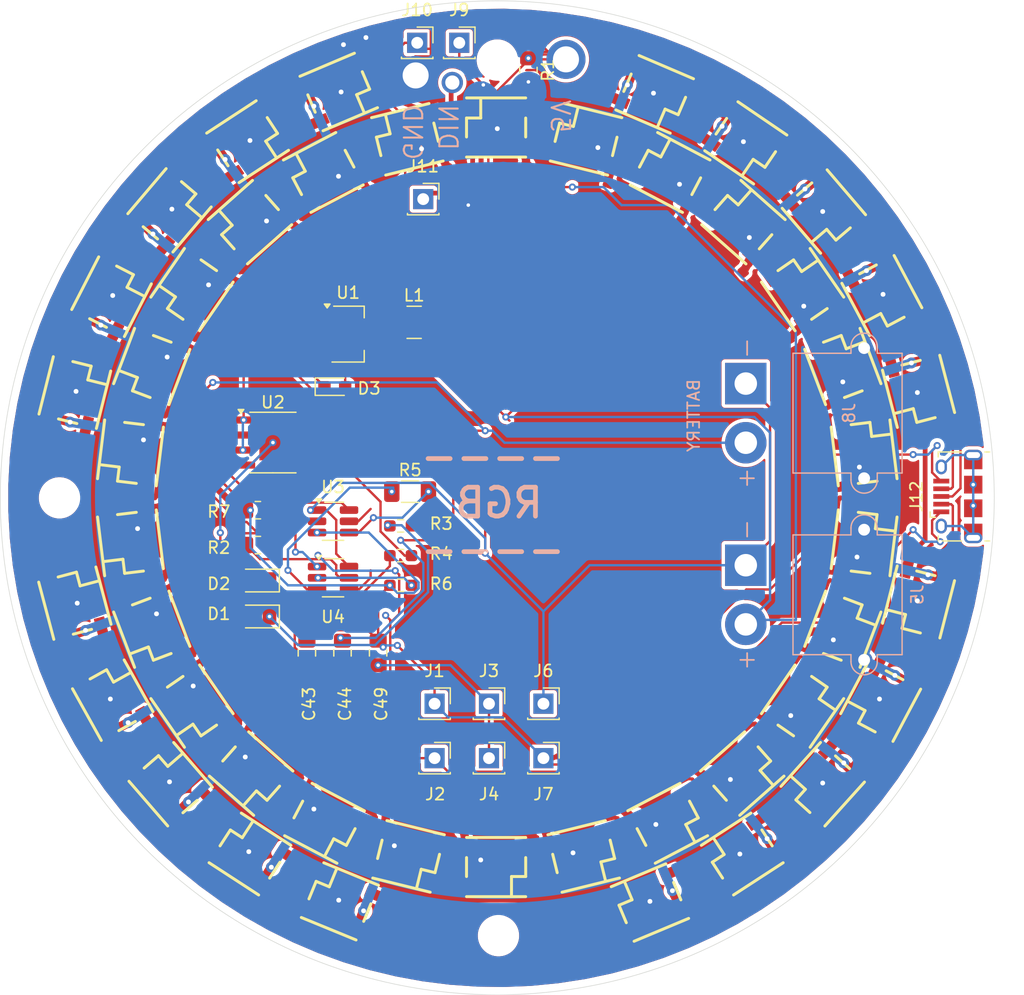
<source format=kicad_pcb>
(kicad_pcb (version 20241229) (generator "pcbnew") (generator_version "9.0")
  (layers (0 "F.Cu" signal) (2 "B.Cu" signal) (13 "F.Paste" user) (15 "B.Paste" user) (5 "F.SilkS" user "F.Silkscreen") (7 "B.SilkS" user "B.Silkscreen") (1 "F.Mask" user) (3 "B.Mask" user) (25 "Edge.Cuts" user))
  (net 0 "")
  (net 1 "Net_0")
  (net 2 "Net_1")
  (net 3 "Net_2")
  (net 4 "Net_3")
  (net 5 "Net_4")
  (net 6 "Net_5")
  (net 7 "Net_6")
  (net 8 "Net_7")
  (net 9 "Net_8")
  (net 10 "Net_9")
  (net 11 "Net_10")
  (net 12 "Net_11")
  (net 13 "Net_12")
  (net 14 "Net_13")
  (net 15 "Net_14")
  (net 16 "Net_15")
  (net 17 "Net_16")
  (net 18 "Net_17")
  (net 19 "Net_18")
  (net 20 "Net_19")
  (net 21 "Net_20")
  (net 22 "Net_21")
  (net 23 "Net_22")
  (net 24 "Net_23")
  (net 25 "Net_24")
  (net 26 "Net_25")
  (net 27 "Net_26")
  (net 28 "Net_27")
  (net 29 "Net_28")
  (net 30 "Net_29")
  (net 31 "Net_30")
  (net 32 "Net_31")
  (net 33 "Net_32")
  (net 34 "Net_33")
  (net 35 "Net_34")
  (net 36 "Net_35")
  (net 37 "Net_36")
  (net 38 "Net_37")
  (net 39 "Net_38")
  (net 40 "Net_39")
  (net 41 "Net_40")
  (net 42 "Net_44")
  (net 43 "Net_45")
  (net 44 "Net_46")
  (net 45 "Net_47")
  (net 46 "Net_48")
  (net 47 "Net_49")
  (net 48 "Net_50")
  (net 49 "+5V")
  (net 50 "Net-(J9-Pin_1)")
  (net 51 "Net-(D1-K)")
  (net 52 "VIN")
  (net 53 "GND")
  (net 54 "BAT-")
  (net 55 "Net-(U4-VCC)")
  (net 56 "BAT+")
  (net 57 "Net-(D2-K)")
  (net 58 "Net-(D3-A)")
  (net 59 "Net-(J5-Pin_2)")
  (net 60 "Net-(U2-~{CHRG})")
  (net 61 "Net-(U2-~{STDBY})")
  (net 62 "/G2")
  (net 63 "/OC")
  (net 64 "Net-(U4-CS)")
  (net 65 "Net-(U2-PROG)")
  (net 66 "/G1")
  (net 68 "unconnected-(U3-D1D2-Pad5)")
  (net 69 "unconnected-(U4-TD-Pad4)")
  (net 70 "Net-(J11-Pin_1)")
  (net 71 "unconnected-(J12-D--Pad2)")
  (net 72 "unconnected-(J12-D+-Pad3)")
  (net 73 "unconnected-(J12-ID-Pad4)")
  (net 74 "unconnected-(J12-Shield-Pad6)")
  (footprint "WS2812B" (layer "F.Cu") (at 177.7011 116.1036 69.24279138)
    (property "Reference" "LED9" (hide yes))
    (property "Value" "WS2812B" (hide yes))
  )
  (footprint "WS2812B" (layer "F.Cu") (at 169.5011 75.0036 -34.20473853)
    (property "Reference" "LED45" (hide yes))
    (property "Value" "WS2812B" (hide yes))
  )
  (footprint "CAP_0402" (layer "F.Cu") (at 169.7011 123.6036 -134.168685)
    (property "Reference" "C19" (hide yes))
    (property "Value" "CAP_0603" (hide yes))
  )
  (footprint "WS2812B" (layer "F.Cu") (at 117.5011 101.2036 -96.93215794)
    (property "Reference" "LED21" (hide yes))
    (property "Value" "WS2812B" (hide yes))
  )
  (footprint "CAP_0402" (layer "F.Cu") (at 120.3011 105.0036 90.00678187)
    (property "Reference" "C46" (hide yes))
    (property "Value" "CAP_0603" (hide yes))
  )
  (footprint "LED_SMD:LED_0805_2012Metric_Pad1.15x1.40mm_HandSolder" (layer "F.Cu") (at 128.225 111.99 180)
    (property "Reference" "D2")
    (property "Value" "GREEN")
  )
  (footprint "CAP_0402" (layer "F.Cu") (at 112.2011 118.1036 -162.719172)
    (property "Reference" "C34" (hide yes))
    (property "Value" "CAP_0603" (hide yes))
  )
  (footprint "WS2812B" (layer "F.Cu") (at 112.8011 96.1036 75.96847406)
    (property "Reference" "LED31" (hide yes))
    (property "Value" "WS2812B" (hide yes))
  )
  (footprint "WS2812B" (layer "F.Cu") (at 156.0011 74.7036 166.1586024)
    (property "Reference" "LED2" (hide yes))
    (property "Value" "WS2812B" (hide yes))
  )
  (footprint "CAP_0402" (layer "F.Cu") (at 116.3011 126.4036 -150.3604723)
    (property "Reference" "C38" (hide yes))
    (property "Value" "CAP_0603" (hide yes))
  )
  (footprint "CAP_0402" (layer "F.Cu") (at 186.8011 110.5036 -13.78452271)
    (property "Reference" "C37" (hide yes))
    (property "Value" "CAP_0603" (hide yes))
  )
  (footprint "WS2812B" (layer "F.Cu") (at 112.8011 113.9036 104.8177409)
    (property "Reference" "LED32" (hide yes))
    (property "Value" "WS2812B" (hide yes))
  )
  (footprint "WS2812B" (layer "F.Cu") (at 133.9011 132.5036 -27.70166756)
    (property "Reference" "LED16" (hide yes))
    (property "Value" "WS2812B" (hide yes))
  )
  (footprint "CAP_0402" (layer "F.Cu") (at 180.7011 83.7036 29.42795419)
    (property "Reference" "C23" (hide yes))
    (property "Value" "CAP_0603" (hide yes))
  )
  (footprint "Connector_PinSocket_2.54mm:PinSocket_1x01_P2.54mm_Vertical" (layer "F.Cu") (at 147.8 127)
    (property "Reference" "J4")
    (property "Value" "Conn_01x01_Female")
  )
  (footprint "CAP_0402" (layer "F.Cu") (at 179.8011 127.4036 -39.83691366)
    (property "Reference" "C11" (hide yes))
    (property "Value" "CAP_0603" (hide yes))
  )
  (footprint "WS2812B" (layer "F.Cu") (at 119.3011 93.9036 -110.7690887)
    (property "Reference" "LED22" (hide yes))
    (property "Value" "WS2812B" (hide yes))
  )
  (footprint "WS2812B" (layer "F.Cu") (at 135.1011 70.7036 22.97560758)
    (property "Reference" "LED27" (hide yes))
    (property "Value" "WS2812B" (hide yes))
  )
  (footprint "WS2812B" (layer "F.Cu") (at 127.6011 81.7036 -138.4715981)
    (property "Reference" "LED24" (hide yes))
    (property "Value" "WS2812B" (hide yes))
  )
  (footprint "WS2812B" (layer "F.Cu") (at 184.1011 96.0036 -75.40613358)
    (property "Reference" "LED42" (hide yes))
    (property "Value" "WS2812B" (hide yes))
  )
  (footprint "CAP_0402" (layer "F.Cu") (at 123.5011 92.0036 63.42642792)
    (property "Reference" "C42" (hide yes))
    (property "Value" "CAP_0603" (hide yes))
  )
  (footprint "Resistor_SMD:R_0805_2012Metric_Pad1.20x1.40mm_HandSolder" (layer "F.Cu") (at 151.13 68.85 -90)
    (property "Reference" "R1")
    (property "Value" "R")
  )
  (footprint "CAP_0402" (layer "F.Cu") (at 175.9011 111.8036 -106.0307277)
    (property "Reference" "C10" (hide yes))
    (property "Value" "CAP_0603" (hide yes))
  )
  (footprint "CAP_0402" (layer "F.Cu") (at 184.8011 91.8036 13.54472228)
    (property "Reference" "C9" (hide yes))
    (property "Value" "CAP_0603" (hide yes))
  )
  (footprint "WS2812B" (layer "F.Cu") (at 127.6011 135.1036 146.9702459)
    (property "Reference" "LED35" (hide yes))
    (property "Value" "WS2812B" (hide yes))
  )
  (footprint "CAP_0402" (layer "F.Cu") (at 151.6011 77.0036 -7.321558785)
    (property "Reference" "C25" (hide yes))
    (property "Value" "CAP_0603" (hide yes))
  )
  (footprint "CAP_0402" (layer "F.Cu") (at 165.7011 139.3036 -66.53101733)
    (property "Reference" "C13" (hide yes))
    (property "Value" "CAP_0603" (hide yes))
  )
  (footprint "CAP_0402" (layer "F.Cu") (at 158.3011 131.4036 -158.6683604)
    (property "Reference" "C17" (hide yes))
    (property "Value" "CAP_0603" (hide yes))
  )
  (footprint "CAP_0402" (layer "F.Cu") (at 175.9011 98.2036 -76.71820693)
    (property "Reference" "C7" (hide yes))
    (property "Value" "CAP_0603" (hide yes))
  )
  (footprint "dummyfp0" (layer "F.Cu") (at 148.6011 142.0036)
    (property "Reference" "UNK_HOLE_0" (hide yes))
    (property "Value" "")
  )
  (footprint "Connector_USB:USB_Micro-B_Amphenol_10118194_Horizontal" (layer "F.Cu") (at 187.422 104.886 90)
    (property "Reference" "J12")
    (property "Value" "USB_B_Micro")
  )
  (footprint "CAP_0402" (layer "F.Cu") (at 158.5011 78.7036 -21.29599941)
    (property "Reference" "C4" (hide yes))
    (property "Value" "CAP_0603" (hide yes))
  )
  (footprint "WS2812B" (layer "F.Cu") (at 161.8011 70.9036 -23.13519393)
    (property "Reference" "LED46" (hide yes))
    (property "Value" "WS2812B" (hide yes))
  )
  (footprint "CAP_0402" (layer "F.Cu") (at 121.1011 98.3036 77.21263431)
    (property "Reference" "C43" (hide yes))
    (property "Value" "CAP_0603" (hide yes))
  )
  (footprint "dummyfp3" (layer "F.Cu") (at 148.5011 68.0036)
    (property "Reference" "UNK_HOLE_3" (hide yes))
    (property "Value" "")
  )
  (footprint "WS2812B" (layer "F.Cu") (at 133.8011 77.5036 -152.3085288)
    (property "Reference" "LED25" (hide yes))
    (property "Value" "WS2812B" (hide yes))
  )
  (footprint "WS2812B" (layer "F.Cu") (at 141.0011 135.3036 -13.84754807)
    (property "Reference" "LED15" (hide yes))
    (property "Value" "WS2812B" (hide yes))
  )
  (footprint "WS2812B" (layer "F.Cu") (at 127.7011 128.3036 -41.53859831)
    (property "Reference" "LED17" (hide yes))
    (property "Value" "WS2812B" (hide yes))
  )
  (footprint "Connector_PinSocket_2.54mm:PinSocket_1x01_P2.54mm_Vertical" (layer "F.Cu") (at 147.8 122.4)
    (property "Reference" "J3")
    (property "Value" "Conn_01x01_Female")
  )
  (footprint "WS2812B" (layer "F.Cu") (at 155.8011 135.3036 13.84923175)
    (property "Reference" "LED13" (hide yes))
    (property "Value" "WS2812B" (hide yes))
  )
  (footprint "CAP_0402" (layer "F.Cu") (at 122.5011 133.2036 -136.4204092)
    (property "Reference" "C31" (hide yes))
    (property "Value" "CAP_0603" (hide yes))
  )
  (footprint "WS2812B" (layer "F.Cu") (at 181.0011 87.9036 -62.00465075)
    (property "Reference" "LED43" (hide yes))
    (property "Value" "WS2812B" (hide yes))
  )
  (footprint "CAP_0402" (layer "F.Cu") (at 164.5011 128.2036 -146.8482411)
    (property "Reference" "C18" (hide yes))
    (property "Value" "CAP_0603" (hide yes))
  )
  (footprint "WS2812B" (layer "F.Cu") (at 169.2011 128.3036 41.54028198)
    (property "Reference" "LED11" (hide yes))
    (property "Value" "WS2812B" (hide yes))
  )
  (footprint "Resistor_SMD:R_1206_3216Metric_Pad1.30x1.75mm_HandSolder" (layer "F.Cu") (at 141.135 104.475)
    (property "Reference" "R5")
    (property "Value" "0R")
  )
  (footprint "Package_TO_SOT_SMD:SOT-23-6_Handsoldering" (layer "F.Cu") (at 134.62 111.76)
    (property "Reference" "U4")
    (property "Value" "DW01")
  )
  (footprint "CAP_0402" (layer "F.Cu") (at 184.3011 119.6036 -27.86209574)
    (property "Reference" "C21" (hide yes))
    (property "Value" "CAP_0603" (hide yes))
  )
  (footprint "CAP_0402" (layer "F.Cu") (at 173.4011 134.3036 -53.88010922)
    (property "Reference" "C12" (hide yes))
    (property "Value" "CAP_0603" (hide yes))
  )
  (footprint "CAP_0402" (layer "F.Cu") (at 173.5011 118.1036 -119.0311401)
    (property "Reference" "C20" (hide yes))
    (property "Value" "CAP_0603" (hide yes))
  )
  (footprint "CAP_0402" (layer "F.Cu") (at 117.0011 82.6036 142.5183638)
    (property "Reference" "C40" (hide yes))
    (property "Value" "CAP_0603" (hide yes))
  )
  (footprint "WS2812B" (layer "F.Cu") (at 135.2011 139.1036 157.6788271)
    (property "Reference" "LED36" (hide yes))
    (property "Value" "WS2812B" (hide yes))
  )
  (footprint "Connector_PinSocket_2.54mm:PinSocket_1x01_P2.54mm_Vertical" (layer "F.Cu") (at 152.4 122.4)
    (property "Reference" "J6")
    (property "Value" "Conn_01x01_Female")
  )
  (footprint "WS2812B" (layer "F.Cu") (at 120.9011 129.2036 130.921698)
    (property "Reference" "LED34" (hide yes))
    (property "Value" "WS2812B" (hide yes))
  )
  (footprint "WS2812B" (layer "F.Cu") (at 148.4011 136.2036)
    (property "Reference" "LED14" (hide yes))
    (property "Value" "WS2812B" (hide yes))
  )
  (footprint "CAP_0402" (layer "F.Cu") (at 167.2011 71.5036 56.82679596)
    (property "Reference" "C1" (hide yes))
    (property "Value" "CAP_0603" (hide yes))
  )
  (footprint "WS2812B" (layer "F.Cu") (at 174.3011 87.4036 124.6191623)
    (property "Reference" "LED5" (hide yes))
    (property "Value" "WS2812B" (hide yes))
  )
  (footprint "WS2812B" (layer "F.Cu") (at 177.7011 93.9036 110.7707724)
    (property "Reference" "LED6" (hide yes))
    (property "Value" "WS2812B" (hide yes))
  )
  (footprint "Connector_PinSocket_2.54mm:PinSocket_1x01_P2.54mm_Vertical" (layer "F.Cu") (at 143.2 122.4)
    (property "Reference" "J1")
    (property "Value" "Conn_01x01_Female")
  )
  (footprint "WS2812B" (layer "F.Cu") (at 117.5011 108.8036 -83.07803846)
    (property "Reference" "LED20" (hide yes))
    (property "Value" "WS2812B" (hide yes))
  )
  (footprint "CAP_0402" (layer "F.Cu") (at 169.7011 86.4036 -49.78919056)
    (property "Reference" "C3" (hide yes))
    (property "Value" "CAP_0603" (hide yes))
  )
  (footprint "Connector_PinSocket_2.54mm:PinSocket_1x01_P2.54mm_Vertical" (layer "F.Cu") (at 142.24 79.756)
    (property "Reference" "J11")
    (property "Value" "Conn_01x01_Female")
  )
  (footprint "Resistor_SMD:R_0805_2012Metric_Pad1.20x1.40mm_HandSolder" (layer "F.Cu") (at 128.27 106.045 180)
    (property "Reference" "R7")
    (property "Value" "10k")
  )
  (footprint "Package_SO:SOIC-8-1EP_3.9x4.9mm_P1.27mm_EP2.29x3mm" (layer "F.Cu") (at 129.54 100.33)
    (property "Reference" "U2")
    (property "Value" "TP4056")
  )
  (footprint "WS2812B" (layer "F.Cu") (at 176.0011 129.2036 -132.0200933)
    (property "Reference" "LED39" (hide yes))
    (property "Value" "WS2812B" (hide yes))
  )
  (footprint "WS2812B" (layer "F.Cu") (at 162.9011 132.5036 27.69762165)
    (property "Reference" "LED12" (hide yes))
    (property "Value" "WS2812B" (hide yes))
  )
  (footprint "WS2812B" (layer "F.Cu") (at 115.9011 88.0036 62.84774055)
    (property "Reference" "LED30" (hide yes))
    (property "Value" "WS2812B" (hide yes))
  )
  (footprint "CAP_0402" (layer "F.Cu") (at 138.2011 142.2036 -111.5540409)
    (property "Reference" "C2" (hide yes))
    (property "Value" "CAP_0603" (hide yes))
  )
  (footprint "WS2812B" (layer "F.Cu") (at 122.7011 122.6036 -55.3927178)
    (property "Reference" "LED18" (hide yes))
    (property "Value" "WS2812B" (hide yes))
  )
  (footprint "Capacitor_SMD:C_0805_2012Metric_Pad1.18x1.45mm_HandSolder" (layer "F.Cu") (at 138.43 118.11 90)
    (property "Reference" "C49")
    (property "Value" "10uF")
  )
  (footprint "dummyfp2" (layer "F.Cu") (at 111.5011 105.0036)
    (property "Reference" "UNK_HOLE_2" (hide yes))
    (property "Value" "")
  )
  (footprint "WS2812B" (layer "F.Cu") (at 180.9011 122.2036 -117.9482499)
    (property "Reference" "LED40" (hide yes))
    (property "Value" "WS2812B" (hide yes))
  )
  (footprint "Connector_PinSocket_2.54mm:PinSocket_1x01_P2.54mm_Vertical" (layer "F.Cu") (at 141.732 66.548)
    (property "Reference" "J10")
    (property "Value" "Conn_01x01_Female")
  )
  (footprint "CAP_0402" (layer "F.Cu") (at 138.2011 78.8036 21.85833988)
    (property "Reference" "C28" (hide yes))
    (property "Value" "CAP_0603" (hide yes))
  )
  (footprint "CAP_0402" (layer "F.Cu") (at 176.7011 105.0036 -89.80456297)
    (property "Reference" "C8" (hide yes))
    (property "Value" "CAP_0603" (hide yes))
  )
  (footprint "CAP_0402" (layer "F.Cu") (at 158.8011 67.9036 69.1339294)
    (property "Reference" "C26" (hide yes))
    (property "Value" "CAP_0603" (hide yes))
  )
  (footprint "CAP_0402" (layer "F.Cu") (at 151.8011 133.0036 -173.049601)
    (property "Reference" "C16" (hide yes))
    (property "Value" "CAP_0603" (hide yes))
  )
  (footprint "Connector_PinSocket_2.54mm:PinSocket_1x01_P2.54mm_Vertical" (layer "F.Cu") (at 145.288 66.548)
    (property "Reference" "J9")
    (property "Value" "Conn_01x01_Female")
  )
  (footprint "Package_TO_SOT_SMD:SOT-89-3" (layer "F.Cu") (at 135.895 91.165)
    (property "Reference" "U1")
    (property "Value" "L78L08_SOT89")
  )
  (footprint "WS2812B" (layer "F.Cu") (at 169.2011 135.1036 -146.9857509)
    (property "Reference" "LED38" (hide yes))
    (property "Value" "WS2812B" (hide yes))
  )
  (footprint "Resistor_SMD:R_0603_1608Metric_Pad0.98x0.95mm_HandSolder" (layer "F.Cu") (at 140.335 109.885)
    (property "Reference" "R4")
    (property "Value" "1k")
  )
  (footprint "CAP_0402" (layer "F.Cu") (at 127.3011 123.6036 129.6898388)
    (property "Reference" "C35" (hide yes))
    (property "Value" "CAP_0603" (hide yes))
  )
  (footprint "Connector_PinSocket_2.54mm:PinSocket_1x01_P2.54mm_Vertical" (layer "F.Cu") (at 152.4 127)
    (property "Reference" "J7")
    (property "Value" "Conn_01x01_Female")
  )
  (footprint "CAP_0402" (layer "F.Cu") (at 127.3011 86.4036 49.47490561)
    (property "Reference" "C41" (hide yes))
    (property "Value" "CAP_0603" (hide yes))
  )
  (footprint "Inductor_SMD:L_1210_3225Metric" (layer "F.Cu") (at 141.475 90.17)
    (property "Reference" "L1")
    (property "Value" "L")
  )
  (footprint "WS2812B" (layer "F.Cu") (at 161.4011 139.2036 -157.2760729)
    (property "Reference" "LED37" (hide yes))
    (property "Value" "WS2812B" (hide yes))
  )
  (footprint "CAP_0402" (layer "F.Cu") (at 112.6011 90.7036 154.0634634)
    (property "Reference" "C32" (hide yes))
    (property "Value" "CAP_0603" (hide yes))
  )
  (footprint "CAP_0402" (layer "F.Cu") (at 138.5011 131.3036 155.7700358)
    (property "Reference" "C14" (hide yes))
    (property "Value" "CAP_0603" (hide yes))
  )
  (footprint "WS2812B" (layer "F.Cu") (at 169.3011 81.7036 138.4675522)
    (property "Reference" "LED4" (hide yes))
    (property "Value" "WS2812B" (hide yes))
  )
  (footprint "WS2812B" (layer "F.Cu") (at 179.5011 101.2036 96.92811204)
    (property "Reference" "LED7" (hide yes))
    (property "Value" "WS2812B" (hide yes))
  )
  (footprint "CAP_0402" (layer "F.Cu") (at 130.0011 138.7036 -120.4463459)
    (property "Reference" "C39" (hide yes))
    (property "Value" "CAP_0603" (hide yes))
  )
  (footprint "WS2812B" (layer "F.Cu") (at 120.8011 80.7036 49.64106337)
    (property "Reference" "LED29" (hide yes))
    (property "Value" "WS2812B" (hide yes))
  )
  (footprint "WS2812B" (layer "F.Cu") (at 140.9011 74.7036 -166.1626483)
    (property "Reference" "LED26" (hide yes))
    (property "Value" "WS2812B" (hide yes))
  )
  (footprint "Resistor_SMD:R_0603_1608Metric_Pad0.98x0.95mm_HandSolder" (layer "F.Cu") (at 140.335 112.395)
    (property "Reference" "R6")
    (property "Value" "1k")
  )
  (footprint "WS2812B" (layer "F.Cu") (at 163.1011 77.5036 152.3102125)
    (property "Reference" "LED3" (hide yes))
    (property "Value" "WS2812B" (hide yes))
  )
  (footprint "CAP_0402" (layer "F.Cu") (at 130.8011 70.8036 116.8097475)
    (property "Reference" "C29" (hide yes))
    (property "Value" "CAP_0603" (hide yes))
  )
  (footprint "CAP_0402" (layer "F.Cu") (at 144.9011 77.0036 9.975195213)
    (property "Reference" "C27" (hide yes))
    (property "Value" "CAP_0603" (hide yes))
  )
  (footprint "Package_TO_SOT_SMD:SOT-23-6_Handsoldering" (layer "F.Cu") (at 134.62 106.985)
    (property "Reference" "U3")
    (property "Value" "FS8205A")
  )
  (footprint "CAP_0402" (layer "F.Cu") (at 173.5011 92.1036 -61.01916334)
    (property "Reference" "C6" (hide yes))
    (property "Value" "CAP_0603" (hide yes))
  )
  (footprint "LED_SMD:LED_0805_2012Metric_Pad1.15x1.40mm_HandSolder" (layer "F.Cu") (at 128.225 115.03 180)
    (property "Reference" "D1")
    (property "Value" "RED")
  )
  (footprint "Capacitor_SMD:C_0805_2012Metric_Pad1.18x1.45mm_HandSolder" (layer "F.Cu") (at 135.42 118.11 90)
    (property "Reference" "C44")
    (property "Value" "0.1uF")
  )
  (footprint "Resistor_SMD:R_0603_1608Metric_Pad0.98x0.95mm_HandSolder" (layer "F.Cu") (at 140.335 107.375)
    (property "Reference" "R3")
    (property "Value" "1k")
  )
  (footprint "CAP_0402" (layer "F.Cu") (at 121.1011 111.7036 103.1447041)
    (property "Reference" "C44" (hide yes))
    (property "Value" "CAP_0603" (hide yes))
  )
  (footprint "CAP_0402" (layer "F.Cu") (at 123.1011 75.8036 124.7165651)
    (property "Reference" "C30" (hide yes))
    (property "Value" "CAP_0603" (hide yes))
  )
  (footprint "CAP_0402" (layer "F.Cu") (at 132.4011 128.1036 147.1822402)
    (property "Reference" "C36" (hide yes))
    (property "Value" "CAP_0603" (hide yes))
  )
  (footprint "CAP_0402" (layer "F.Cu") (at 132.3011 82.0036 35.07647622)
    (property "Reference" "C24" (hide yes))
    (property "Value" "CAP_0603" (hide yes))
  )
  (footprint "Resistor_SMD:R_0805_2012Metric_Pad1.20x1.40mm_HandSolder" (layer "F.Cu") (at 128.27 108.995 180)
    (property "Reference" "R2")
    (property "Value" "100")
  )
  (footprint "WS2812B" (layer "F.Cu") (at 122.7011 87.4036 -124.6174786)
    (property "Reference" "LED23" (hide yes))
    (property "Value" "WS2812B" (hide yes))
  )
  (footprint "WS2812B" (layer "F.Cu") (at 176.1011 80.8036 -49.43395673)
    (property "Reference" "LED44" (hide yes))
    (property "Value" "WS2812B" (hide yes))
  )
  (footprint "CAP_0402" (layer "F.Cu") (at 145.0011 133.0036 170.8044483)
    (property "Reference" "C15" (hide yes))
    (property "Value" "CAP_0603" (hide yes))
  )
  (footprint "CAP_0402" (layer "F.Cu") (at 164.6011 81.9036 -32.3426257)
    (property "Reference" "C5" (hide yes))
    (property "Value" "CAP_0603" (hide yes))
  )
  (footprint "WS2812B" (layer "F.Cu") (at 148.4011 73.7036 180)
    (property "Reference" "LED1" (hide yes))
    (property "Value" "WS2812B" (hide yes))
  )
  (footprint "CAP_0402" (layer "F.Cu") (at 123.5011 118.0036 118.5744575)
    (property "Reference" "C45" (hide yes))
    (property "Value" "CAP_0603" (hide yes))
  )
  (footprint "CAP_0402" (layer "F.Cu") (at 174.9011 76.8036 40.14226496)
    (property "Reference" "C22" (hide yes))
    (property "Value" "CAP_0603" (hide yes))
  )
  (footprint "WS2812B" (layer "F.Cu") (at 184.1011 113.8036 -104.357691)
    (property "Reference" "LED41" (hide yes))
    (property "Value" "WS2812B" (hide yes))
  )
  (footprint "WS2812B" (layer "F.Cu") (at 174.3011 122.6036 55.38867189)
    (property "Reference" "LED10" (hide yes))
    (property "Value" "WS2812B" (hide yes))
  )
  (footprint "WS2812B" (layer "F.Cu") (at 179.5011 108.8036 83.07972213)
    (property "Reference" "LED8" (hide yes))
    (property "Value" "WS2812B" (hide yes))
  )
  (footprint "CAP_0402" (layer "F.Cu") (at 110.2011 99.5036 165.9016133)
    (property "Reference" "C33" (hide yes))
    (property "Value" "CAP_0603" (hide yes))
  )
  (footprint "Connector_PinSocket_2.54mm:PinSocket_1x01_P2.54mm_Vertical" (layer "F.Cu") (at 143.2 127)
    (property "Reference" "J2")
    (property "Value" "Conn_01x01_Female")
  )
  (footprint "WS2812B" (layer "F.Cu") (at 116.0011 122.1036 119.124497)
    (property "Reference" "LED33" (hide yes))
    (property "Value" "WS2812B" (hide yes))
  )
  (footprint "WS2812B" (layer "F.Cu") (at 119.3011 116.1036 -69.24110771)
    (property "Reference" "LED19" (hide yes))
    (property "Value" "WS2812B" (hide yes))
  )
  (footprint "Capacitor_SMD:C_0805_2012Metric_Pad1.18x1.45mm_HandSolder" (layer "F.Cu") (at 132.41 118.11 90)
    (property "Reference" "C43")
    (property "Value" "0.1uF")
  )
  (footprint "WS2812B" (layer "F.Cu") (at 127.4011 74.9036 33.19144507)
    (property "Reference" "LED28" (hide yes))
    (property "Value" "WS2812B" (hide yes))
  )
  (footprint "Diode_SMD:D_0603_1608Metric_Pad1.05x0.95mm_HandSolder" (layer "F.Cu") (at 134.77 95.61)
    (property "Reference" "D3")
    (property "Value" "D")
  )
  (footprint "Lead_1.00mm" (layer "B.Cu") (at 144.7011 69.9036 -90)
    (property "Reference" "DIN0" (hide yes))
    (property "Value" "SMD/RREC2.0X4.0" (hide yes))
  )
  (footprint "Connector_AMASS:AMASS_XT30PW-M_1x02_P2.50mm_Horizontal" (layer "B.Cu") (at 169.5011 110.696 90)
    (property "Reference" "J5")
    (property "Value" "Conn_01x02_Pin")
  )
  (footprint "Lead_2.00mm" (layer "B.Cu") (at 154.305 67.945 -90)
    (property "Reference" "V+0" (hide yes))
    (property "Value" "SMD/RREC2.0X4.0" (hide yes))
  )
  (footprint "Lead_2.00mm" (layer "B.Cu") (at 141.6011 69.3036 -90)
    (property "Reference" "GND0" (hide yes))
    (property "Value" "SMD/RREC2.0X4.0" (hide yes))
  )
  (footprint "Connector_AMASS:AMASS_XT30PW-M_1x02_P2.50mm_Horizontal" (layer "B.Cu") (at 169.5011 95.346 90)
    (property "Reference" "J8")
    (property "Value" "Conn_01x02_Pin")
  )
  (gr_circle (center 148.5 105) (end 190.5 105) (stroke (width 0.05)) (fill no) (layer "Edge.Cuts"))
  (gr_text "5V" (at 152.9011 71.2466 -90) (layer "B.SilkS") (effects (font (size 1.5543 1.5543) (thickness 0.1727)) (justify right bottom mirror)))
  (gr_text "DIN" (at 143.4011 71.6206 -90) (layer "B.SilkS") (effects (font (size 1.5543 1.5543) (thickness 0.1727)) (justify right bottom mirror)))
  (gr_text "BATTERY" (at 165.1 98.044 90) (layer "B.SilkS") (effects (font (size 1 1)) (justify mirror)))
  (gr_text "GND" (at 140.4011 71.6276 -90) (layer "B.SilkS") (effects (font (size 1.5543 1.5543) (thickness 0.1727)) (justify right bottom mirror)))
  (gr_text "----\n RGB\n----" (at 154.432 100.076 0) (layer "B.SilkS") (effects (font (size 2.4426 2.4426) (thickness 0.4) (bold yes)) (justify left top mirror)))
  (segment (start 141.478 67.056) (end 143.002 67.056) (width 0.2) (layer "F.Cu") (net 0))
  (segment (start 153.035 127) (end 154.305 127) (width 0.2) (layer "F.Cu") (net 0))
  (segment (start 151.765 67.531) (end 153.035 67.531) (width 0.2) (layer "F.Cu") (net 0))
  (segment (start 170.688 115.316) (end 172.72 115.316) (width 0.2) (layer "B.Cu") (net 0))
  (segment (start 167.482467 72.4435) (end 167.9011 72.7036) (width 0.8) (layer "F.Cu") (net 1))
  (segment (start 154.2011 68.7036) (end 152.4465 66.949) (width 0.2) (layer "F.Cu") (net 1))
  (segment (start 132.7255 129.1723) (end 132.498967 129.9038) (width 0.8) (layer "F.Cu") (net 1))
  (segment (start 116.491067 125.432633) (end 116.3011 125.1036) (width 0.8) (layer "F.Cu") (net 1))
  (segment (start 128.755767 137.822367) (end 128.6011 137.5036) (width 0.8) (layer "F.Cu") (net 1))
  (segment (start 145.642733 133.107467) (end 145.799167 133.840967) (width 0.7) (layer "F.Cu") (net 1))
  (segment (start 169.6997 85.167233) (end 170.0411 84.5632) (width 0.8) (layer "F.Cu") (net 1))
  (segment (start 150.9564 76.920767) (end 150.906133 76.1725) (width 0.7) (layer "F.Cu") (net 1))
  (segment (start 158.569567 68.510967) (end 159.272967 68.7712) (width 0.7) (layer "F.Cu") (net 1))
  (segment (start 181.308 84.965767) (end 179.7011 85.8036) (width 0.8) (layer "F.Cu") (net 1))
  (segment (start 166.845433 72.047667) (end 167.482467 72.4435) (width 0.7) (layer "F.Cu") (net 1))
  (segment (start 153.035 67.31) (end 152.1725 67.31) (width 0.2) (layer "F.Cu") (net 1))
  (segment (start 123.812 118.574433) (end 123.265533 119.088067) (width 0.7) (layer "F.Cu") (net 1))
  (segment (start 180.483 84.6873) (end 180.7011 85.1036) (width 0.8) (layer "F.Cu") (net 1))
  (segment (start 173.017933 133.778533) (end 172.379 134.1713) (width 0.7) (layer "F.Cu") (net 1))
  (segment (start 137.7487 141.3079) (end 137.5011 141.2036) (width 0.8) (layer "F.Cu") (net 1))
  (segment (start 132.5011 70.9036) (end 133.0011 71.9036) (width 0.8) (layer "F.Cu") (net 1))
  (segment (start 152.4465 66.949) (end 152.4 66.9025) (width 0.2) (layer "F.Cu") (net 1))
  (segment (start 168.402433 72.261733) (end 167.5011 73.6036) (width 0.8) (layer "F.Cu") (net 1))
  (segment (start 178.808467 127.551933) (end 178.5011 127.9036) (width 0.8) (layer "F.Cu") (net 1))
  (segment (start 150.8511 75.3536) (end 150.0511 75.3536) (width 0.8) (layer "F.Cu") (net 1))
  (segment (start 163.8794 139.3602) (end 163.3011 138.2036) (width 0.8) (layer "F.Cu") (net 1))
  (segment (start 117.5169 82.999133) (end 117.981033 82.409933) (width 0.7) (layer "F.Cu") (net 1))
  (segment (start 110.6063 98.080433) (end 110.7011 98.1036) (width 0.8) (layer "F.Cu") (net 1))
  (segment (start 173.816533 117.535267) (end 174.553867 117.672667) (width 0.7) (layer "F.Cu") (net 1))
  (segment (start 112.5011 116.8036) (end 111.832533 116.6941) (width 0.8) (layer "F.Cu") (net 1))
  (segment (start 170.852667 123.410033) (end 171.5515 123.6828) (width 0.8) (layer "F.Cu") (net 1))
  (segment (start 178.5011 127.9036) (end 178.8669 128.487967) (width 0.8) (layer "F.Cu") (net 1))
  (segment (start 129.681867 137.766633) (end 129.4011 137.6036) (width 0.8) (layer "F.Cu") (net 1))
  (segment (start 153.05825 67.945) (end 151.74175 67.945) (width 0.2) (layer "F.Cu") (net 1))
  (segment (start 117.981033 82.409933) (end 118.3011 82.0036) (width 0.8) (layer "F.Cu") (net 1))
  (segment (start 129.4011 137.6036) (end 128.755767 137.822367) (width 0.8) (layer "F.Cu") (net 1))
  (segment (start 122.3011 132.0036) (end 121.259167 132.135633) (width 0.8) (layer "F.Cu") (net 1))
  (segment (start 152.4 67.31) (end 151.5375 67.31) (width 0.2) (layer "F.Cu") (net 1))
  (segment (start 113.185633 90.9879) (end 113.4773 90.2969) (width 0.7) (layer "F.Cu") (net 1))
  (segment (start 157.985233 76.8918) (end 157.0011 75.4036) (width 0.8) (layer "F.Cu") (net 1))
  (segment (start 166.2731 128.6933) (end 168.2011 128.8036) (width 0.8) (layer "F.Cu") (net 1))
  (segment (start 150.906133 76.1725) (end 150.8511 75.3536) (width 0.8) (layer "F.Cu") (net 1))
  (segment (start 111.0346 98.939967) (end 111.1011 98.7036) (width 0.8) (layer "F.Cu") (net 1))
  (segment (start 169.281467 85.9072) (end 169.6997 85.167233) (width 0.7) (layer "F.Cu") (net 1))
  (segment (start 131.758567 71.035533) (end 132.2011 70.8036) (width 0.8) (layer "F.Cu") (net 1))
  (segment (start 128.6011 137.5036) (end 129.4061 136.217167) (width 0.8) (layer "F.Cu") (net 1))
  (segment (start 183.2011 120.3036) (end 183.5069 120.812667) (width 0.8) (layer "F.Cu") (net 1))
  (segment (start 118.304167 81.606667) (end 119.4011 82.7036) (width 0.8) (layer "F.Cu") (net 1))
  (segment (start 132.498967 129.9038) (end 133.0011 131.3036) (width 0.8) (layer "F.Cu") (net 1))
  (segment (start 178.158667 103.834733) (end 179.1011 102.4036) (width 0.8) (layer "F.Cu") (net 1))
  (segment (start 164.754433 139.006467) (end 164.3011 139.2036) (width 0.8) (layer "F.Cu") (net 1))
  (segment (start 159.9011 69.0036) (end 160.1964 68.423667) (width 0.8) (layer "F.Cu") (net 1))
  (segment (start 183.378667 119.964333) (end 183.2011 120.3036) (width 0.8) (layer "F.Cu") (net 1))
  (segment (start 179.302 126.9872) (end 178.808467 127.551933) (width 0.7) (layer "F.Cu") (net 1))
  (segment (start 124.447567 74.864033) (end 124.8011 75.4036) (width 0.8) (layer "F.Cu") (net 1))
  (segment (start 145.799167 133.840967) (end 145.9511 134.5536) (width 0.8) (layer "F.Cu") (net 1))
  (segment (start 119.594633 105.9052) (end 118.8438 106.1726) (width 0.8) (layer "F.Cu") (net 1))
  (segment (start 110.7011 98.1036) (end 112.4011 98.6036) (width 0.8) (layer "F.Cu") (net 1))
  (segment (start 174.553867 117.672667) (end 175.2899 117.8098) (width 0.8) (layer "F.Cu") (net 1))
  (segment (start 118.8438 106.1726) (end 118.1011 107.6036) (width 0.8) (layer "F.Cu") (net 1))
  (segment (start 123.4713 76.3379) (end 124.090867 75.915233) (width 0.7) (layer "F.Cu") (net 1))
  (segment (start 115.8011 124.8036) (end 117.3011 124.0036) (width 0.8) (layer "F.Cu") (net 1))
  (segment (start 176.827233 111.107633) (end 177.567933 111.036933) (width 0.8) (layer "F.Cu") (net 1))
  (segment (start 175.761233 77.8694) (end 174.5011 78.9036) (width 0.8) (layer "F.Cu") (net 1))
  (segment (start 131.123733 81.824033) (end 130.529167 81.3145) (width 0.8) (layer "F.Cu") (net 1))
  (segment (start 132.2011 70.8036) (end 132.2014 70.140833) (width 0.8) (layer "F.Cu") (net 1))
  (segment (start 121.259167 132.135633) (end 121.259167 131.845533) (width 0.8) (layer "F.Cu") (net 1))
  (segment (start 113.6011 90.0036) (end 113.314867 89.4306) (width 0.8) (layer "F.Cu") (net 1))
  (segment (start 121.712667 92.1979) (end 120.6011 93.1036) (width 0.8) (layer "F.Cu") (net 1))
  (segment (start 138.4399 141.599067) (end 137.7487 141.3079) (width 0.7) (layer "F.Cu") (net 1))
  (segment (start 120.957233 98.937467) (end 120.207433 98.970667) (width 0.7) (layer "F.Cu") (net 1))
  (segment (start 137.1654 78.4328) (end 136.737267 77.826067) (width 0.8) (layer "F.Cu") (net 1))
  (segment (start 184.169167 91.955833) (end 184.377533 92.676333) (width 0.7) (layer "F.Cu") (net 1))
  (segment (start 167.9011 72.7036) (end 168.402433 72.261733) (width 0.8) (layer "F.Cu") (net 1))
  (segment (start 177.405567 104.102433) (end 178.158667 103.834733) (width 0.8) (layer "F.Cu") (net 1))
  (segment (start 185.080533 93.2169) (end 183.5011 93.6036) (width 0.8) (layer "F.Cu") (net 1))
  (segment (start 164.274667 80.8397) (end 164.5038 80.1031) (width 0.8) (layer "F.Cu") (net 1))
  (segment (start 173.765767 90.926567) (end 174.335133 90.3572) (width 0.8) (layer "F.Cu") (net 1))
  (segment (start 158.906567 131.167167) (end 159.538767 131.7553) (width 0.7) (layer "F.Cu") (net 1))
  (segment (start 165.442233 138.707367) (end 164.754433 139.006467) (width 0.7) (layer "F.Cu") (net 1))
  (segment (start 183.726467 119.299833) (end 183.378667 119.964333) (width 0.7) (layer "F.Cu") (net 1))
  (segment (start 136.840867 140.831333) (end 137.2011 139.9036) (width 0.8) (layer "F.Cu") (net 1))
  (segment (start 165.0453 127.848133) (end 165.745433 128.3301) (width 0.7) (layer "F.Cu") (net 1))
  (segment (start 139.056667 132.319467) (end 139.0172 133.115167) (width 0.8) (layer "F.Cu") (net 1))
  (segment (start 143.674633 75.719767) (end 142.1011 75.5036) (width 0.8) (layer "F.Cu") (net 1))
  (segment (start 126.1827 86.618367) (end 125.450833 86.3247) (width 0.8) (layer "F.Cu") (net 1))
  (segment (start 131.094267 71.383733) (end 131.758567 71.035533) (width 0.7) (layer "F.Cu") (net 1))
  (segment (start 120.207433 98.970667) (end 119.434733 98.970667) (width 0.8) (layer "F.Cu") (net 1))
  (segment (start 160.1964 68.423667) (end 159.5011 70.1036) (width 0.8) (layer "F.Cu") (net 1))
  (segment (start 159.9649 132.181433) (end 161.9011 132.6036) (width 0.8) (layer "F.Cu") (net 1))
  (segment (start 171.5515 123.6828) (end 173.3011 123.4036) (width 0.8) (layer "F.Cu") (net 1))
  (segment (start 184.5011 93.1036) (end 185.080533 93.2169) (width 0.8) (layer "F.Cu") (net 1))
  (segment (start 177.027167 96.7795) (end 177.7011 95.2036) (width 0.8) (layer "F.Cu") (net 1))
  (segment (start 111.832533 116.6941) (end 112.3277 116.6941) (width 0.8) (layer "F.Cu") (net 1))
  (segment (start 120.6345 112.766633) (end 119.9756 113.227833) (width 0.8) (layer "F.Cu") (net 1))
  (segment (start 117.957233 81.502) (end 118.304167 81.606667) (width 0.8) (layer "F.Cu") (net 1))
  (segment (start 170.154 123.137367) (end 170.852667 123.410033) (width 0.7) (layer "F.Cu") (net 1))
  (segment (start 152.740433 133.614867) (end 153.027367 134.288033) (width 0.8) (layer "F.Cu") (net 1))
  (segment (start 176.0806 111.178867) (end 176.827233 111.107633) (width 0.7) (layer "F.Cu") (net 1))
  (segment (start 145.9511 134.5536) (end 147.1011 135.6036) (width 0.8) (layer "F.Cu") (net 1))
  (segment (start 159.272967 68.7712) (end 159.9011 69.0036) (width 0.8) (layer "F.Cu") (net 1))
  (segment (start 173.186167 91.535) (end 173.765767 90.926567) (width 0.7) (layer "F.Cu") (net 1))
  (segment (start 112.3277 116.6941) (end 113.7011 116.2036) (width 0.8) (layer "F.Cu") (net 1))
  (segment (start 115.752167 125.0469) (end 115.8011 124.8036) (width 0.8) (layer "F.Cu") (net 1))
  (segment (start 183.5069 120.812667) (end 182.1011 120.0036) (width 0.8) (layer "F.Cu") (net 1))
  (segment (start 136.737267 77.826067) (end 135.081833 77.826067) (width 0.8) (layer "F.Cu") (net 1))
  (segment (start 175.751767 97.571) (end 176.389033 97.1755) (width 0.7) (layer "F.Cu") (net 1))
  (segment (start 120.301167 105.6536) (end 119.594633 105.9052) (width 0.7) (layer "F.Cu") (net 1))
  (segment (start 186.169833 110.348733) (end 185.999833 111.079233) (width 0.7) (layer "F.Cu") (net 1))
  (segment (start 153.027367 134.288033) (end 154.9011 135.0036) (width 0.8) (layer "F.Cu") (net 1))
  (segment (start 153.67 67.31) (end 152.8075 67.31) (width 0.2) (layer "F.Cu") (net 1))
  (segment (start 122.667667 119.649967) (end 122.8011 120.9036) (width 0.8) (layer "F.Cu") (net 1))
  (segment (start 137.5011 141.2036) (end 136.840867 141.560467) (width 0.8) (layer "F.Cu") (net 1))
  (segment (start 170.0411 84.5632) (end 169.8011 83.0036) (width 0.8) (layer "F.Cu") (net 1))
  (segment (start 139.0172 133.115167) (end 139.8011 134.4036) (width 0.8) (layer "F.Cu") (net 1))
  (segment (start 137.597833 79.0456) (end 137.1654 78.4328) (width 0.7) (layer "F.Cu") (net 1))
  (segment (start 113.314867 89.4306) (end 113.7011 89.7036) (width 0.8) (layer "F.Cu") (net 1))
  (segment (start 116.3011 125.1036) (end 115.752167 125.0469) (width 0.8) (layer "F.Cu") (net 1))
  (segment (start 177.567933 111.036933) (end 178.9011 110.0036) (width 0.8) (layer "F.Cu") (net 1))
  (segment (start 121.248933 112.336567) (end 120.6345 112.766633) (width 0.7) (layer "F.Cu") (net 1))
  (segment (start 126.9614 125.4439) (end 127.2011 126.9036) (width 0.8) (layer "F.Cu") (net 1))
  (segment (start 139.093833 131.570367) (end 139.056667 132.319467) (width 0.7) (layer "F.Cu") (net 1))
  (segment (start 172.0011 134.4036) (end 172.1545 135.1523) (width 0.8) (layer "F.Cu") (net 1))
  (segment (start 112.821767 117.9105) (end 112.613067 117.190133) (width 0.7) (layer "F.Cu") (net 1))
  (segment (start 175.2011 78.1036) (end 175.761233 77.8694) (width 0.8) (layer "F.Cu") (net 1))
  (segment (start 127.7162 124.1038) (end 127.299067 124.8444) (width 0.7) (layer "F.Cu") (net 1))
  (segment (start 178.8669 128.487967) (end 177.782533 127.4036) (width 0.8) (layer "F.Cu") (net 1))
  (segment (start 164.3011 139.2036) (end 164.2983 139.7791) (width 0.8) (layer "F.Cu") (net 1))
  (segment (start 180.134967 84.022967) (end 180.483 84.6873) (width 0.7) (layer "F.Cu") (net 1))
  (segment (start 123.210333 92.584933) (end 122.4842 92.3973) (width 0.7) (layer "F.Cu") (net 1))
  (segment (start 113.7011 89.7036) (end 115.0011 90.4036) (width 0.8) (layer "F.Cu") (net 1))
  (segment (start 121.259167 131.845533) (end 122.4011 130.7036) (width 0.8) (layer "F.Cu") (net 1))
  (segment (start 176.698867 104.3536) (end 177.405567 104.102433) (width 0.7) (layer "F.Cu") (net 1))
  (segment (start 180.7011 85.1036) (end 181.308 84.965767) (width 0.8) (layer "F.Cu") (net 1))
  (segment (start 157.8955 78.467533) (end 157.938133 77.718733) (width 0.7) (layer "F.Cu") (net 1))
  (segment (start 124.4011 75.7036) (end 124.447567 74.864033) (width 0.8) (layer "F.Cu") (net 1))
  (segment (start 125.450833 86.3247) (end 124.1011 87.0036) (width 0.8) (layer "F.Cu") (net 1))
  (segment (start 130.330467 138.143233) (end 129.681867 137.766633) (width 0.7) (layer "F.Cu") (net 1))
  (segment (start 132.2014 70.140833) (end 132.5011 70.9036) (width 0.8) (layer "F.Cu") (net 1))
  (segment (start 124.090867 75.915233) (end 124.4011 75.7036) (width 0.8) (layer "F.Cu") (net 1))
  (segment (start 119.434733 98.970667) (end 118.6011 100.1036) (width 0.8) (layer "F.Cu") (net 1))
  (segment (start 127.299067 124.8444) (end 126.9614 125.4439) (width 0.8) (layer "F.Cu") (net 1))
  (segment (start 152.4 67.5375) (end 151.5375 67.5375) (width 0.2) (layer "F.Cu") (net 1))
  (segment (start 116.866067 126.082133) (end 116.491067 125.432633) (width 0.7) (layer "F.Cu") (net 1))
  (segment (start 143.970567 76.424633) (end 143.674633 75.719767) (width 0.8) (layer "F.Cu") (net 1))
  (segment (start 175.2899 117.8098) (end 176.9011 117.0036) (width 0.8) (layer "F.Cu") (net 1))
  (segment (start 165.745433 128.3301) (end 166.2731 128.6933) (width 0.8) (layer "F.Cu") (net 1))
  (segment (start 176.389033 97.1755) (end 177.027167 96.7795) (width 0.8) (layer "F.Cu") (net 1))
  (segment (start 113.4773 90.2969) (end 113.6011 90.0036) (width 0.8) (layer "F.Cu") (net 1))
  (segment (start 172.1545 135.1523) (end 171.3011 133.8036) (width 0.8) (layer "F.Cu") (net 1))
  (segment (start 124.8011 75.4036) (end 125.5011 76.4036) (width 0.8) (layer "F.Cu") (net 1))
  (segment (start 174.4042 77.222633) (end 174.907333 77.778833) (width 0.7) (layer "F.Cu") (net 1))
  (segment (start 112.613067 117.190133) (end 112.5011 116.8036) (width 0.8) (layer "F.Cu") (net 1))
  (segment (start 172.379 134.1713) (end 172.0011 134.4036) (width 0.8) (layer "F.Cu") (net 1))
  (segment (start 185.999833 111.079233) (end 185.9011 111.5036) (width 0.8) (layer "F.Cu") (net 1))
  (segment (start 115.752167 125.0469) (end 115.752167 125.0469) (width 0.8) (layer "F.Cu") (net 1))
  (segment (start 111.1011 98.7036) (end 110.6063 98.080433) (width 0.8) (layer "F.Cu") (net 1))
  (segment (start 159.538767 131.7553) (end 159.9649 132.181433) (width 0.8) (layer "F.Cu") (net 1))
  (segment (start 110.831533 99.661933) (end 111.0346 98.939967) (width 0.7) (layer "F.Cu") (net 1))
  (segment (start 119.9756 113.227833) (end 119.7011 114.8036) (width 0.8) (layer "F.Cu") (net 1))
  (segment (start 122.4842 92.3973) (end 121.712667 92.1979) (width 0.8) (layer "F.Cu") (net 1))
  (segment (start 126.878733 86.897667) (end 126.1827 86.618367) (width 0.7) (layer "F.Cu") (net 1))
  (segment (start 185.9011 111.5036) (end 186.3071 111.839267) (width 0.8) (layer "F.Cu") (net 1))
  (segment (start 174.335133 90.3572) (end 174.4011 88.8036) (width 0.8) (layer "F.Cu") (net 1))
  (segment (start 164.5038 80.1031) (end 163.9011 78.5036) (width 0.8) (layer "F.Cu") (net 1))
  (segment (start 132.947367 128.455867) (end 132.7255 129.1723) (width 0.7) (layer "F.Cu") (net 1))
  (segment (start 186.3071 111.839267) (end 184.9011 111.5036) (width 0.8) (layer "F.Cu") (net 1))
  (segment (start 184.377533 92.676333) (end 184.5011 93.1036) (width 0.8) (layer "F.Cu") (net 1))
  (segment (start 136.840867 141.560467) (end 136.840867 140.831333) (width 0.8) (layer "F.Cu") (net 1))
  (segment (start 118.3011 82.0036) (end 117.957233 81.502) (width 0.8) (layer "F.Cu") (net 1))
  (segment (start 122.971967 132.7555) (end 122.472633 132.195867) (width 0.7) (layer "F.Cu") (net 1))
  (segment (start 157.938133 77.718733) (end 157.985233 76.8918) (width 0.8) (layer "F.Cu") (net 1))
  (segment (start 164.051933 81.555867) (end 164.274667 80.8397) (width 0.7) (layer "F.Cu") (net 1))
  (segment (start 144.260933 77.1162) (end 143.970567 76.424633) (width 0.7) (layer "F.Cu") (net 1))
  (segment (start 164.2983 139.7791) (end 163.8794 139.3602) (width 0.8) (layer "F.Cu") (net 1))
  (segment (start 152.446333 132.924933) (end 152.740433 133.614867) (width 0.7) (layer "F.Cu") (net 1))
  (segment (start 122.472633 132.195867) (end 122.3011 132.0036) (width 0.8) (layer "F.Cu") (net 1))
  (segment (start 130.529167 81.3145) (end 129.0011 81.6036) (width 0.8) (layer "F.Cu") (net 1))
  (segment (start 174.907333 77.778833) (end 175.2011 78.1036) (width 0.8) (layer "F.Cu") (net 1))
  (segment (start 131.769133 82.377133) (end 131.123733 81.824033) (width 0.7) (layer "F.Cu") (net 1))
  (segment (start 123.265533 119.088067) (end 122.667667 119.649967) (width 0.8) (layer "F.Cu") (net 1))
  (via (at 133.0011 71.9036) (size 0.914) (drill 0.406) (layers "F.Cu" "B.Cu") (net 1))
  (via (at 122.4011 130.7036) (size 0.914) (drill 0.406) (layers "F.Cu" "B.Cu") (net 1))
  (via (at 120.6011 93.1036) (size 0.914) (drill 0.406) (layers "F.Cu" "B.Cu") (net 1))
  (via (at 163.3011 138.2036) (size 0.914) (drill 0.406) (layers "F.Cu" "B.Cu") (net 1))
  (via (at 183.5011 93.6036) (size 0.914) (drill 0.406) (layers "F.Cu" "B.Cu") (net 1))
  (via (at 147.1011 135.6036) (size 0.914) (drill 0.406) (layers "F.Cu" "B.Cu") (net 1))
  (via (at 139.8011 134.4036) (size 0.914) (drill 0.406) (layers "F.Cu" "B.Cu") (net 1))
  (via (at 177.7011 95.2036) (size 0.914) (drill 0.406) (layers "F.Cu" "B.Cu") (net 1))
  (via (at 182.1011 120.0036) (size 0.914) (drill 0.406) (layers "F.Cu" "B.Cu") (net 1))
  (via (at 174.4011 88.8036) (size 0.914) (drill 0.406) (layers "F.Cu" "B.Cu") (net 1))
  (via (at 135.081833 77.826067) (size 0.914) (drill 0.406) (layers "F.Cu" "B.Cu") (net 1))
  (via (at 174.5011 78.9036) (size 0.914) (drill 0.406) (layers "F.Cu" "B.Cu") (net 1))
  (via (at 161.9011 132.6036) (size 0.914) (drill 0.406) (layers "F.Cu" "B.Cu") (net 1))
  (via (at 179.1011 102.4036) (size 0.914) (drill 0.406) (layers "F.Cu" "B.Cu") (net 1))
  (via (at 142.1011 75.5036) (size 0.914) (drill 0.406) (layers "F.Cu" "B.Cu") (net 1))
  (via (at 125.5011 76.4036) (size 0.914) (drill 0.406) (layers "F.Cu" "B.Cu") (net 1))
  (via (at 157.0011 75.4036) (size 0.914) (drill 0.406) (layers "F.Cu" "B.Cu") (net 1))
  (via (at 151.13 69.85) (size 0.6) (drill 0.3) (layers "F.Cu" "B.Cu") (net 1))
  (via (at 179.7011 85.8036) (size 0.914) (drill 0.406) (layers "F.Cu" "B.Cu") (net 1))
  (via (at 176.9011 117.0036) (size 0.914) (drill 0.406) (layers "F.Cu" "B.Cu") (net 1))
  (via (at 129.0011 81.6036) (size 0.914) (drill 0.406) (layers "F.Cu" "B.Cu") (net 1))
  (via (at 129.4061 136.217167) (size 0.914) (drill 0.406) (layers "F.Cu" "B.Cu") (net 1))
  (via (at 184.9011 111.5036) (size 0.914) (drill 0.406) (layers "F.Cu" "B.Cu") (net 1))
  (via (at 178.9011 110.0036) (size 0.914) (drill 0.406) (layers "F.Cu" "B.Cu") (net 1))
  (via (at 119.4011 82.7036) (size 0.914) (drill 0.406) (layers "F.Cu" "B.Cu") (net 1))
  (via (at 154.9011 135.0036) (size 0.914) (drill 0.406) (layers "F.Cu" "B.Cu") (net 1))
  (via (at 117.3011 124.0036) (size 0.914) (drill 0.406) (layers "F.Cu" "B.Cu") (net 1))
  (via (at 168.2011 128.8036) (size 0.914) (drill 0.406) (layers "F.Cu" "B.Cu") (net 1))
  (via (at 137.2011 139.9036) (size 0.914) (drill 0.406) (layers "F.Cu" "B.Cu") (net 1))
  (via (at 124.1011 87.0036) (size 0.914) (drill 0.406) (layers "F.Cu" "B.Cu") (net 1))
  (via (at 167.5011 73.6036) (size 0.914) (drill 0.406) (layers "F.Cu" "B.Cu") (net 1))
  (via (at 118.6011 100.1036) (size 0.914) (drill 0.406) (layers "F.Cu" "B.Cu") (net 1))
  (via (at 159.5011 70.1036) (size 0.914) (drill 0.406) (layers "F.Cu" "B.Cu") (net 1))
  (via (at 127.2011 126.9036) (size 0.914) (drill 0.406) (layers "F.Cu" "B.Cu") (net 1))
  (via (at 122.8011 120.9036) (size 0.914) (drill 0.406) (layers "F.Cu" "B.Cu") (net 1))
  (via (at 177.782533 127.4036) (size 0.914) (drill 0.406) (layers "F.Cu" "B.Cu") (net 1))
  (via (at 163.9011 78.5036) (size 0.914) (drill 0.406) (layers "F.Cu" "B.Cu") (net 1))
  (via (at 169.8011 83.0036) (size 0.914) (drill 0.406) (layers "F.Cu" "B.Cu") (net 1))
  (via (at 119.7011 114.8036) (size 0.914) (drill 0.406) (layers "F.Cu" "B.Cu") (net 1))
  (via (at 148.5011 73.8036) (size 0.914) (drill 0.406) (layers "F.Cu" "B.Cu") (net 1))
  (via (at 113.7011 116.2036) (size 0.914) (drill 0.406) (layers "F.Cu" "B.Cu") (net 1))
  (via (at 115.0011 90.4036) (size 0.914) (drill 0.406) (layers "F.Cu" "B.Cu") (net 1))
  (via (at 118.1011 107.6036) (size 0.914) (drill 0.406) (layers "F.Cu" "B.Cu") (net 1))
  (via (at 112.4011 98.6036) (size 0.914) (drill 0.406) (layers "F.Cu" "B.Cu") (net 1))
  (via (at 133.0011 131.3036) (size 0.914) (drill 0.406) (layers "F.Cu" "B.Cu") (net 1))
  (via (at 173.3011 123.4036) (size 0.914) (drill 0.406) (layers "F.Cu" "B.Cu") (net 1))
  (via (at 171.3011 133.8036) (size 0.914) (drill 0.406) (layers "F.Cu" "B.Cu") (net 1))
  (arc (start 148.5011 73.8036) (mid 148.9551 74.8996) (end 150.0511 75.3536) (width 0.8) (layer "F.Cu") (net 1))
  (segment (start 180.1829 94.646467) (end 178.903333 95.926033) (width 0.8) (layer "B.Cu") (net 1))
  (segment (start 154.2011 73.205933) (end 154.045125 73.049958) (width 3) (layer "B.Cu") (net 1))
  (segment (start 133.0011 131.3036) (end 132.511633 132.043733) (width 0.8) (layer "B.Cu") (net 1))
  (segment (start 134.3011 74.9036) (end 137.675667 75.601833) (width 0.8) (layer "B.Cu") (net 1))
  (segment (start 161.9011 132.6036) (end 159.167433 134.608233) (width 0.8) (layer "B.Cu") (net 1))
  (segment (start 152.556075 70.576075) (end 152.556075 71.131074) (width 0.2) (layer "B.Cu") (net 1))
  (segment (start 122.4011 130.7036) (end 125.1011 128.0036) (width 0.8) (layer "B.Cu") (net 1))
  (segment (start 125.5011 76.4036) (end 127.6011 79.3036) (width 0.8) (layer "B.Cu") (net 1))
  (segment (start 133.0011 71.9036) (end 134.3011 74.9036) (width 0.8) (layer "B.Cu") (net 1))
  (segment (start 169.8011 83.0036) (end 170.631267 82.270433) (width 0.8) (layer "B.Cu") (net 1))
  (segment (start 131.3011 133.2036) (end 129.4061 129.956167) (width 0.8) (layer "B.Cu") (net 1))
  (segment (start 168.2011 128.8036) (end 168.5918 129.3002) (width 0.8) (layer "B.Cu") (net 1))
  (segment (start 137.2011 139.9036) (end 138.5604 136.4083) (width 0.8) (layer "B.Cu") (net 1))
  (segment (start 176.9011 117.0036) (end 177.590133 117.307233) (width 0.8) (layer "B.Cu") (net 1))
  (segment (start 179.1011 102.4036) (end 180.1011 105.0036) (width 0.8) (layer "B.Cu") (net 1))
  (segment (start 148.59904 72.80154) (end 147.1011 71.3036) (width 3) (layer "B.Cu") (net 1))
  (segment (start 118.6011 100.1036) (end 117.406533 99.899733) (width 0.8) (layer "B.Cu") (net 1))
  (segment (start 178.9011 110.0036) (end 179.684567 110.1008) (width 0.8) (layer "B.Cu") (net 1))
  (segment (start 167.5011 73.6036) (end 165.9128 76.065467) (width 0.8) (layer "B.Cu") (net 1))
  (segment (start 139.8011 134.4036) (end 139.566433 135.109933) (width 0.8) (layer "B.Cu") (net 1))
  (segment (start 154.2011 73.205933) (end 153.359233 74.0478) (width 3) (layer "B.Cu") (net 1))
  (segment (start 119.4011 82.7036) (end 122.1011 84.9036) (width 0.8) (layer "B.Cu") (net 1))
  (segment (start 138.5604 136.4083) (end 135.9451 133.793) (width 0.8) (layer "B.Cu") (net 1))
  (segment (start 179.7011 85.8036) (end 175.403767 88.112133) (width 0.8) (layer "B.Cu") (net 1))
  (segment (start 158.1855 73.7468) (end 157.1558 74.7765) (width 0.8) (layer "B.Cu") (net 1))
  (segment (start 125.1011 128.0036) (end 123.991767 124.691033) (width 0.8) (layer "B.Cu") (net 1))
  (segment (start 157.0011 75.4036) (end 157.1558 74.7765) (width 0.8) (layer "B.Cu") (net 1))
  (segment (start 184.9011 111.5036) (end 181.2011 110.7036) (width 0.8) (layer "B.Cu") (net 1))
  (segment (start 183.5011 93.6036) (end 180.1829 94.646467) (width 0.8) (layer "B.Cu") (net 1))
  (segment (start 120.6011 93.1036) (end 119.522233 92.638333) (width 0.8) (layer "B.Cu") (net 1))
  (segment (start 154.045125 73.049958) (end 151.202698 73.049958) (width 3) (layer "B.Cu") (net 1))
  (segment (start 163.3011 138.2036) (end 161.9011 135.0036) (width 0.8) (layer "B.Cu") (net 1))
  (segment (start 129.0011 81.6036) (end 128.3839 80.8525) (width 0.8) (layer "B.Cu") (net 1))
  (segment (start 127.6011 79.3036) (end 131.229867 78.776967) (width 0.8) (layer "B.Cu") (net 1))
  (segment (start 129.4061 136.217167) (end 131.3011 133.2036) (width 0.8) (layer "B.Cu") (net 1))
  (segment (start 127.2011 126.9036) (end 126.570033 127.5151) (width 0.8) (layer "B.Cu") (net 1))
  (segment (start 154.9011 135.0036) (end 153.912167 135.968633) (width 0.8) (layer "B.Cu") (net 1))
  (segment (start 177.7011 95.2036) (end 178.903333 95.926033) (width 0.8) (layer "B.Cu") (net 1))
  (segment (start 135.081833 77.826067) (end 134.292267 77.0365) (width 0.8) (layer "B.Cu") (net 1))
  (segment (start 142.1011 75.5036) (end 141.204667 74.576233) (width 0.8) (layer "B.Cu") (net 1))
  (segment (start 181.2011 110.7036) (end 179.684567 110.1008) (width 0.8) (layer "B.Cu") (net 1))
  (segment (start 147.1011 135.6036) (end 148.5011 136.4036) (width 0.8) (layer "B.Cu") (net 1))
  (segment (start 120.6011 121.9036) (end 119.717 117.699067) (width 0.8) (layer "B.Cu") (net 1))
  (segment (start 152.556075 71.131074) (end 151.84752 71.086227) (width 0.2) (layer "B.Cu") (net 1))
  (segment (start 180.1011 105.0036) (end 180.1011 104.4036) (width 4) (layer "B.Cu") (net 1))
  (segment (start 115.0011 90.4036) (end 118.3011 91.8036) (width 0.8) (layer "B.Cu") (net 1))
  (segment (start 168.9011 130.8036) (end 164.1099 132.363067) (width 0.8) (layer "B.Cu") (net 1))
  (segment (start 174.5011 78.9036) (end 170.631267 82.270433) (width 0.8) (layer "B.Cu") (net 1))
  (segment (start 171.3011 133.8036) (end 168.9011 130.8036) (width 0.8) (layer "B.Cu") (net 1))
  (segment (start 177.782533 127.4036) (end 174.6011 124.9036) (width 0.8) (layer "B.Cu") (net 1))
  (segment (start 116.0011 99.2036) (end 118.242833 96.204467) (width 0.8) (layer "B.Cu") (net 1))
  (segment (start 174.6011 124.9036) (end 171.386333 126.713967) (width 0.8) (layer "B.Cu") (net 1))
  (segment (start 118.3011 91.8036) (end 120.414833 90.738133) (width 0.8) (layer "B.Cu") (net 1))
  (segment (start 161.9011 135.0036) (end 159.167433 134.608233) (width 0.8) (layer "B.Cu") (net 1))
  (segment (start 151.83 69.85) (end 152.556075 70.576075) (width 0.2) (layer "B.Cu") (net 1))
  (segment (start 117.3011 124.0036) (end 120.6011 121.9036) (width 0.8) (layer "B.Cu") (net 1))
  (segment (start 178.6011 118.3036) (end 175.913567 120.670067) (width 0.8) (layer "B.Cu") (net 1))
  (segment (start 159.5011 70.1036) (end 158.1855 73.7468) (width 0.8) (layer "B.Cu") (net 1))
  (segment (start 151.13 69.85) (end 151.83 69.85) (width 0.2) (layer "B.Cu") (net 1))
  (segment (start 173.3011 123.4036) (end 173.8473 123.808533) (width 0.8) (layer "B.Cu") (net 1))
  (segment (start 112.4011 98.6036) (end 116.0011 99.2036) (width 0.8) (layer "B.Cu") (net 1))
  (segment (start 119.7011 114.8036) (end 118.218 113.574433) (width 0.8) (layer "B.Cu") (net 1))
  (segment (start 149.5011 73.8036) (end 148.7011 73.8036) (width 4) (layer "B.Cu") (net 1))
  (segment (start 117.3011 114.9036) (end 118.218 113.574433) (width 0.8) (layer "B.Cu") (net 1))
  (segment (start 118.1011 107.6036) (end 117.0011 104.9036) (width 0.8) (layer "B.Cu") (net 1))
  (segment (start 122.1011 84.9036) (end 124.6604 84.464967) (width 0.8) (layer "B.Cu") (net 1))
  (segment (start 163.9011 78.5036) (end 164.3374 77.640867) (width 0.8) (layer "B.Cu") (net 1))
  (segment (start 182.1011 120.0036) (end 178.6011 118.3036) (width 0.8) (layer "B.Cu") (net 1))
  (segment (start 113.7011 116.2036) (end 117.3011 114.9036) (width 0.8) (layer "B.Cu") (net 1))
  (segment (start 165.9128 76.065467) (end 164.3374 77.640867) (width 0.8) (layer "B.Cu") (net 1))
  (segment (start 122.8011 120.9036) (end 121.774667 121.575367) (width 0.8) (layer "B.Cu") (net 1))
  (segment (start 124.1011 87.0036) (end 123.164367 86.3198) (width 0.8) (layer "B.Cu") (net 1))
  (segment (start 174.4011 88.8036) (end 175.403767 88.112133) (width 0.8) (layer "B.Cu") (net 1))
  (segment (start 151.13 70.782418) (end 151.13 70.485) (width 3) (layer "B.Cu") (net 1))
  (segment (start 151.202698 73.049958) (end 149.704758 71.552018) (width 3) (layer "B.Cu") (net 1))
  (arc (start 148.5011 136.4036) (mid 151.216051 136.303268) (end 153.912167 135.968633) (width 5) (layer "B.Cu") (net 1))
  (arc (start 137.675667 75.601833) (mid 135.962754 76.269139) (end 134.292267 77.0365) (width 5) (layer "B.Cu") (net 1))
  (arc (start 121.774667 121.575367) (mid 122.835902 123.166869) (end 123.991767 124.691033) (width 5) (layer "B.Cu") (net 1))
  (arc (start 170.631267 82.270433) (mid 167.632706 79.753938) (end 164.3374 77.640867) (width 5) (layer "B.Cu") (net 1))
  (arc (start 123.164367 86.3198) (mid 121.697035 88.471363) (end 120.414833 90.738133) (width 5) (layer "B.Cu") (net 1))
  (arc (start 141.204667 74.576233) (mid 139.425006 75.036865) (end 137.675667 75.601833) (width 5) (layer "B.Cu") (net 1))
  (arc (start 159.167433 134.608233) (mid 161.687278 133.592662) (end 164.1099 132.363067) (width 5) (layer "B.Cu") (net 1))
  (arc (start 123.991767 124.691033) (mid 125.238 126.142233) (end 126.570033 127.5151) (width 5) (layer "B.Cu") (net 1))
  (arc (start 120.414833 90.738133) (mid 119.952499 91.680701) (end 119.522233 92.638333) (width 5) (layer "B.Cu") (net 1))
  (arc (start 124.6604 84.464967) (mid 123.894617 85.378054) (end 123.164367 86.3198) (width 5) (layer "B.Cu") (net 1))
  (arc (start 119.717 117.699067) (mid 120.678234 119.673101) (end 121.774667 121.575367) (width 5) (layer "B.Cu") (net 1))
  (arc (start 178.903333 95.926033) (mid 177.428204 91.896075) (end 175.403767 88.112133) (width 5) (layer "B.Cu") (net 1))
  (arc (start 132.511633 132.043733) (mid 134.201588 132.970927) (end 135.9451 133.793) (width 5) (layer "B.Cu") (net 1))
  (arc (start 179.684567 110.1008) (mid 179.996767 107.560693) (end 180.1011 105.0036) (width 5) (layer "B.Cu") (net 1))
  (arc (start 153.359233 74.0478) (mid 151.434028 73.8647) (end 149.5011 73.8036) (width 5) (layer "B.Cu") (net 1))
  (arc (start 134.292267 77.0365) (mid 132.736401 77.863333) (end 131.229867 78.776967) (width 5) (layer "B.Cu") (net 1))
  (arc (start 135.9451 133.793) (mid 137.735607 134.506902) (end 139.566433 135.109933) (width 5) (layer "B.Cu") (net 1))
  (arc (start 164.1099 132.363067) (mid 166.417163 130.928669) (end 168.5918 129.3002) (width 5) (layer "B.Cu") (net 1))
  (arc (start 129.4061 129.956167) (mid 130.927841 131.046105) (end 132.511633 132.043733) (width 5) (layer "B.Cu") (net 1))
  (arc (start 128.3839 80.8525) (mid 126.446701 82.580966) (end 124.6604 84.464967) (width 5) (layer "B.Cu") (net 1))
  (arc (start 153.912167 135.968633) (mid 156.569251 135.402204) (end 159.167433 134.608233) (width 5) (layer "B.Cu") (net 1))
  (arc (start 171.386333 126.713967) (mid 172.660905 125.298594) (end 173.8473 123.808533) (width 5) (layer "B.Cu") (net 1))
  (arc (start 175.403767 88.112133) (mid 173.198202 85.043669) (end 170.631267 82.270433) (width 5) (layer "B.Cu") (net 1))
  (arc (start 175.913567 120.670067) (mid 176.802206 119.013755) (end 177.590133 117.307233) (width 5) (layer "B.Cu") (net 1))
  (arc (start 119.522233 92.638333) (mid 118.828197 94.401906) (end 118.242833 96.204467) (width 5) (layer "B.Cu") (net 1))
  (arc (start 157.1558 74.7765) (mid 155.269036 74.352134) (end 153.359233 74.0478) (width 5) (layer "B.Cu") (net 1))
  (arc (start 118.218 113.574433) (mid 118.895564 115.662893) (end 119.717 117.699067) (width 5) (layer "B.Cu") (net 1))
  (arc (start 139.566433 135.109933) (mid 143.987182 136.078502) (end 148.5011 136.4036) (width 5) (layer "B.Cu") (net 1))
  (arc (start 126.570033 127.5151) (mid 127.951801 128.777768) (end 129.4061 129.956167) (width 5) (layer "B.Cu") (net 1))
  (arc (start 131.229867 78.776967) (mid 129.777468 79.774399) (end 128.3839 80.8525) (width 5) (layer "B.Cu") (net 1))
  (arc (start 164.3374 77.640867) (mid 160.837437 75.980935) (end 157.1558 74.7765) (width 5) (layer "B.Cu") (net 1))
  (arc (start 117.0011 104.9036) (mid 117.306801 109.281506) (end 118.218 113.574433) (width 5) (layer "B.Cu") (net 1))
  (arc (start 118.242833 96.204467) (mid 117.768369 98.039355) (end 117.406533 99.899733) (width 5) (layer "B.Cu") (net 1))
  (arc (start 168.5918 129.3002) (mid 170.028295 128.049471) (end 171.386333 126.713967) (width 5) (layer "B.Cu") (net 1))
  (arc (start 180.1011 104.4036) (mid 179.800165 100.12272) (end 178.903333 95.926033) (width 5) (layer "B.Cu") (net 1))
  (arc (start 173.8473 123.808533) (mid 174.927429 122.27024) (end 175.913567 120.670067) (width 5) (layer "B.Cu") (net 1))
  (arc (start 148.5011 73.8036) (mid 144.83002 73.974001) (end 141.204667 74.576233) (width 5) (layer "B.Cu") (net 1))
  (arc (start 117.406533 99.899733) (mid 117.102699 102.393474) (end 117.0011 104.9036) (width 5) (layer "B.Cu") (net 1))
  (arc (start 177.590133 117.307233) (mid 178.853407 113.76681) (end 179.684567 110.1008) (width 5) (layer "B.Cu") (net 1))
  (segment (start 142.983 67.799) (end 141.6011 67.799) (width 0.4) (layer "F.Cu") (net 2))
  (segment (start 141.6011 67.799) (end 141.6011 69.3036) (width 0.4) (layer "F.Cu") (net 2))
  (segment (start 157.7011 67.0036) (end 158.74 67.0036) (width 0.4) (layer "F.Cu") (net 2))
  (segment (start 143.7764 64.5036) (end 142.983 65.297) (width 0.4) (layer "F.Cu") (net 2))
  (segment (start 154.016967 72.5154) (end 155.3893 72.5154) (width 0.4) (layer "F.Cu") (net 2))
  (segment (start 155.2011 65.1036) (end 151.1011 65.1036) (width 0.4) (layer "F.Cu") (net 2))
  (segment (start 155.3893 72.5154) (end 155.54485 72.35985) (width 0.4) (layer "F.Cu") (net 2))
  (segment (start 142.983 65.297) (end 142.983 67.799) (width 0.4) (layer "F.Cu") (net 2))
  (segment (start 157.393733 67.296233) (end 155.2011 65.1036) (width 0.4) (layer "F.Cu") (net 2))
  (segment (start 155.54485 125.76015) (end 153.2 127) (width 0.4) (layer "F.Cu") (net 2))
  (segment (start 155.54485 72.35985) (end 155.54485 125.76015) (width 0.4) (layer "F.Cu") (net 2))
  (segment (start 150.5011 64.5036) (end 143.7764 64.5036) (width 0.4) (layer "F.Cu") (net 2))
  (segment (start 156.8011 67.9036) (end 157.7011 67.0036) (width 0.4) (layer "F.Cu") (net 2))
  (segment (start 151.1011 65.1036) (end 150.5011 64.5036) (width 0.4) (layer "F.Cu") (net 2))
  (segment (start 158.74 67.0036) (end 159.032633 67.296233) (width 0.4) (layer "F.Cu") (net 2))
  (segment (start 159.032633 67.296233) (end 157.393733 67.296233) (width 0.4) (layer "F.Cu") (net 2))
  (segment (start 156.8011 71.1036) (end 156.8011 67.9036) (width 0.4) (layer "F.Cu") (net 2))
  (segment (start 155.54485 72.35985) (end 156.8011 71.1036) (width 0.4) (layer "F.Cu") (net 2))
  (via (at 121.0011 80.6036) (size 0.914) (drill 0.406) (layers "F.Cu" "B.Cu") (net 2))
  (via (at 169.0011 135.1036) (size 0.914) (drill 0.406) (layers "F.Cu" "B.Cu") (net 2))
  (via (at 115.8011 122.0036) (size 0.914) (drill 0.406) (layers "F.Cu" "B.Cu") (net 2))
  (via (at 161.4011 139.1036) (size 0.914) (drill 0.406) (layers "F.Cu" "B.Cu") (net 2))
  (via (at 184.0011 96.1036) (size 0.914) (drill 0.406) (layers "F.Cu" "B.Cu") (net 2))
  (via (at 116.0011 87.9036) (size 0.914) (drill 0.406) (layers "F.Cu" "B.Cu") (net 2))
  (via (at 176.0011 80.8036) (size 0.914) (drill 0.406) (layers "F.Cu" "B.Cu") (net 2))
  (via (at 181.1011 87.8036) (size 0.914) (drill 0.406) (layers "F.Cu" "B.Cu") (net 2))
  (via (at 127.6011 74.8036) (size 0.914) (drill 0.406) (layers "F.Cu" "B.Cu") (net 2))
  (via (at 135.5011 66.7036) (size 0.914) (drill 0.406) (layers "F.Cu" "B.Cu") (net 2))
  (via (at 180.8011 122.0036) (size 0.914) (drill 0.406) (layers "F.Cu" "B.Cu") (net 2))
  (via (at 112.9011 96.0036) (size 0.914) (drill 0.406) (layers "F.Cu" "B.Cu") (net 2))
  (via (at 120.8011 129.0036) (size 0.914) (drill 0.406) (layers "F.Cu" "B.Cu") (net 2))
  (via (at 169.3011 74.9036) (size 0.914) (drill 0.406) (layers "F.Cu" "B.Cu") (net 2))
  (via (at 184.0011 113.7036) (size 0.914) (drill 0.406) (layers "F.Cu" "B.Cu") (net 2))
  (via (at 176.0011 129.1036) (size 0.914) (drill 0.406) (layers "F.Cu" "B.Cu") (net 2))
  (via (at 146.05 80.264) (size 0.6) (drill 0.3) (layers "F.Cu" "B.Cu") (net 2))
  (via (at 135.1011 139.0036) (size 0.914) (drill 0.406) (layers "F.Cu" "B.Cu") (net 2))
  (via (at 161.7011 70.8036) (size 0.914) (drill 0.406) (layers "F.Cu" "B.Cu") (net 2))
  (via (at 137.4011 66.1036) (size 0.914) (drill 0.406) (layers "F.Cu" "B.Cu") (net 2))
  (via (at 113.0011 113.9036) (size 0.914) (drill 0.406) (layers "F.Cu" "B.Cu") (net 2))
  (via (at 135.3011 70.7036) (size 0.914) (drill 0.406) (layers "F.Cu" "B.Cu") (net 2))
  (via (at 127.5011 134.9036) (size 0.914) (drill 0.406) (layers "F.Cu" "B.Cu") (net 2))
  (segment (start 151.771767 72.0536) (end 150.8511 72.0536) (width 0.4) (layer "F.Cu") (net 3))
  (segment (start 153.4011 75.1036) (end 152.7011 73.9036) (width 0.4) (layer "F.Cu") (net 3))
  (segment (start 152.7011 73.9036) (end 151.771767 72.0536) (width 0.4) (layer "F.Cu") (net 3))
  (segment (start 153.2275 75.719567) (end 153.4011 75.1036) (width 0.4) (layer "F.Cu") (net 3))
  (segment (start 160.6011 77.0036) (end 159.8011 74.0036) (width 0.4) (layer "F.Cu") (net 4))
  (segment (start 159.8011 74.0036) (end 158.7747 73.687633) (width 0.4) (layer "F.Cu") (net 4))
  (segment (start 160.164967 77.826167) (end 160.6011 77.0036) (width 0.4) (layer "F.Cu") (net 4))
  (segment (start 166.9011 80.7036) (end 167.0011 77.8036) (width 0.4) (layer "F.Cu") (net 5))
  (segment (start 167.0011 77.8036) (end 166.037233 77.181033) (width 0.4) (layer "F.Cu") (net 5))
  (segment (start 166.373067 81.3143) (end 166.9011 80.7036) (width 0.4) (layer "F.Cu") (net 5))
  (segment (start 171.551333 86.324767) (end 172.1011 85.9036) (width 0.4) (layer "F.Cu") (net 6))
  (segment (start 172.1011 85.9036) (end 173.0011 82.9036) (width 0.4) (layer "F.Cu") (net 6))
  (segment (start 173.0011 82.9036) (end 172.229133 82.0929) (width 0.4) (layer "F.Cu") (net 6))
  (segment (start 176.0011 91.9036) (end 177.7011 89.4036) (width 0.4) (layer "F.Cu") (net 7))
  (segment (start 175.2895 92.197967) (end 176.0011 91.9036) (width 0.4) (layer "F.Cu") (net 7))
  (segment (start 177.7011 89.4036) (end 177.050867 88.482433) (width 0.4) (layer "F.Cu") (net 7))
  (segment (start 180.5011 96.7036) (end 180.1127 95.609233) (width 0.4) (layer "F.Cu") (net 8))
  (segment (start 177.567633 98.970533) (end 178.3011 98.9036) (width 0.4) (layer "F.Cu") (net 8))
  (segment (start 178.3011 98.9036) (end 180.5011 96.7036) (width 0.4) (layer "F.Cu") (net 8))
  (segment (start 181.5011 104.5036) (end 181.434567 103.436667) (width 0.4) (layer "F.Cu") (net 9))
  (segment (start 178.158333 106.172633) (end 178.9011 106.3036) (width 0.4) (layer "F.Cu") (net 9))
  (segment (start 178.9011 106.3036) (end 181.5011 104.5036) (width 0.4) (layer "F.Cu") (net 9))
  (segment (start 180.7011 112.5036) (end 180.843867 111.434567) (width 0.4) (layer "F.Cu") (net 10))
  (segment (start 177.7011 113.5036) (end 180.7011 112.5036) (width 0.4) (layer "F.Cu") (net 10))
  (segment (start 177.0265 113.227867) (end 177.7011 113.5036) (width 0.4) (layer "F.Cu") (net 10))
  (segment (start 174.334733 119.649967) (end 174.9011 120.1036) (width 0.4) (layer "F.Cu") (net 11))
  (segment (start 177.9011 119.9036) (end 178.3757 118.979333) (width 0.4) (layer "F.Cu") (net 11))
  (segment (start 174.9011 120.1036) (end 177.9011 119.9036) (width 0.4) (layer "F.Cu") (net 11))
  (segment (start 118.7011 111.1036) (end 116.6011 113.4036) (width 0.4) (layer "F.Cu") (net 12))
  (segment (start 116.6011 113.4036) (end 116.889833 114.397467) (width 0.4) (layer "F.Cu") (net 12))
  (segment (start 119.434333 111.0369) (end 118.7011 111.1036) (width 0.4) (layer "F.Cu") (net 12))
  (segment (start 121.1011 118.0036) (end 119.4011 120.7036) (width 0.4) (layer "F.Cu") (net 13))
  (segment (start 119.4011 120.7036) (end 119.951567 121.5242) (width 0.4) (layer "F.Cu") (net 13))
  (segment (start 121.712367 117.809733) (end 121.1011 118.0036) (width 0.4) (layer "F.Cu") (net 13))
  (segment (start 124.0011 127.2036) (end 124.7731 127.914) (width 0.4) (layer "F.Cu") (net 14))
  (segment (start 124.8011 124.1036) (end 124.0011 127.2036) (width 0.4) (layer "F.Cu") (net 14))
  (segment (start 125.450633 123.683) (end 124.8011 124.1036) (width 0.4) (layer "F.Cu") (net 14))
  (segment (start 130.1011 132.3036) (end 130.9649 132.825567) (width 0.4) (layer "F.Cu") (net 15))
  (segment (start 130.1011 129.3036) (end 130.1011 132.3036) (width 0.4) (layer "F.Cu") (net 15))
  (segment (start 130.6291 128.6932) (end 130.1011 129.3036) (width 0.4) (layer "F.Cu") (net 15))
  (segment (start 136.5011 132.9036) (end 137.2011 136.0036) (width 0.4) (layer "F.Cu") (net 16))
  (segment (start 137.2011 136.0036) (end 138.2274 136.319267) (width 0.4) (layer "F.Cu") (net 16))
  (segment (start 136.8373 132.181633) (end 136.5011 132.9036) (width 0.4) (layer "F.Cu") (net 16))
  (segment (start 144.9011 137.8036) (end 145.9511 137.8536) (width 0.4) (layer "F.Cu") (net 17))
  (segment (start 143.7748 134.287933) (end 143.5011 135.0036) (width 0.4) (layer "F.Cu") (net 17))
  (segment (start 143.5011 135.0036) (end 144.9011 137.8036) (width 0.4) (layer "F.Cu") (net 17))
  (segment (start 152.8011 137.7036) (end 153.817267 137.4921) (width 0.4) (layer "F.Cu") (net 18))
  (segment (start 150.9011 135.3036) (end 152.8011 137.7036) (width 0.4) (layer "F.Cu") (net 18))
  (segment (start 150.8511 134.5536) (end 150.9011 135.3036) (width 0.4) (layer "F.Cu") (net 18))
  (segment (start 158.0011 134.0036) (end 160.5011 135.6036) (width 0.4) (layer "F.Cu") (net 19))
  (segment (start 160.5011 135.6036) (end 161.498767 135.1033) (width 0.4) (layer "F.Cu") (net 19))
  (segment (start 157.784933 133.1151) (end 158.0011 134.0036) (width 0.4) (layer "F.Cu") (net 19))
  (segment (start 164.303433 129.9039) (end 164.7011 130.6036) (width 0.4) (layer "F.Cu") (net 20))
  (segment (start 164.7011 130.6036) (end 167.6011 131.9036) (width 0.4) (layer "F.Cu") (net 20))
  (segment (start 167.6011 131.9036) (end 168.4615 131.163333) (width 0.4) (layer "F.Cu") (net 20))
  (segment (start 116.3011 97.4036) (end 116.158867 98.572367) (width 0.4) (layer "F.Cu") (net 21))
  (segment (start 119.3011 96.5036) (end 116.3011 97.4036) (width 0.4) (layer "F.Cu") (net 21))
  (segment (start 119.9751 96.7795) (end 119.3011 96.5036) (width 0.4) (layer "F.Cu") (net 21))
  (segment (start 122.0011 89.9036) (end 119.1011 90.0036) (width 0.4) (layer "F.Cu") (net 22))
  (segment (start 119.1011 90.0036) (end 118.6271 91.0277) (width 0.4) (layer "F.Cu") (net 22))
  (segment (start 122.667167 90.3572) (end 122.0011 89.9036) (width 0.4) (layer "F.Cu") (net 22))
  (segment (start 126.8609 84.563167) (end 126.4011 84.0036) (width 0.4) (layer "F.Cu") (net 23))
  (segment (start 126.4011 84.0036) (end 123.4011 83.6036) (width 0.4) (layer "F.Cu") (net 23))
  (segment (start 123.4011 83.6036) (end 122.735033 84.45) (width 0.4) (layer "F.Cu") (net 23))
  (segment (start 129.1011 78.2036) (end 128.3413 78.844033) (width 0.4) (layer "F.Cu") (net 24))
  (segment (start 132.1011 79.5036) (end 129.1011 78.2036) (width 0.4) (layer "F.Cu") (net 24))
  (segment (start 132.3985 80.103167) (end 132.1011 79.5036) (width 0.4) (layer "F.Cu") (net 24))
  (segment (start 136.2011 74.4036) (end 135.2037 74.904033) (width 0.4) (layer "F.Cu") (net 25))
  (segment (start 138.916833 76.891667) (end 138.7011 76.2036) (width 0.4) (layer "F.Cu") (net 25))
  (segment (start 138.7011 76.2036) (end 136.2011 74.4036) (width 0.4) (layer "F.Cu") (net 25))
  (segment (start 142.885367 72.515533) (end 140.0011 71.4036) (width 0.4) (layer "F.Cu") (net 26))
  (segment (start 138.5011 68.1036) (end 137.9011 67.8036) (width 0.4) (layer "F.Cu") (net 26))
  (segment (start 140.0011 71.4036) (end 138.5011 68.1036) (width 0.4) (layer "F.Cu") (net 26))
  (segment (start 137.9011 67.8036) (end 136.7127 68.228167) (width 0.4) (layer "F.Cu") (net 26))
  (segment (start 133.4895 73.179033) (end 132.5011 73.6036) (width 0.4) (layer "F.Cu") (net 27))
  (segment (start 129.5011 71.6036) (end 128.5481 72.181567) (width 0.4) (layer "F.Cu") (net 27))
  (segment (start 132.5011 73.6036) (end 129.5011 71.6036) (width 0.4) (layer "F.Cu") (net 27))
  (segment (start 121.8011 77.0036) (end 121.130367 77.7682) (width 0.4) (layer "F.Cu") (net 28))
  (segment (start 125.4011 78.2036) (end 121.8011 77.0036) (width 0.4) (layer "F.Cu") (net 28))
  (segment (start 126.2541 77.625633) (end 125.4011 78.2036) (width 0.4) (layer "F.Cu") (net 28))
  (segment (start 119.8011 84.4036) (end 116.0011 84.1036) (width 0.4) (layer "F.Cu") (net 29))
  (segment (start 116.0011 84.1036) (end 115.551 85.0706) (width 0.4) (layer "F.Cu") (net 29))
  (segment (start 120.471833 83.639) (end 119.8011 84.4036) (width 0.4) (layer "F.Cu") (net 29))
  (segment (start 180.8011 126.1036) (end 181.2104 125.141167) (width 0.4) (layer "F.Cu") (net 30))
  (segment (start 177.2011 125.4036) (end 180.8011 126.1036) (width 0.4) (layer "F.Cu") (net 30))
  (segment (start 176.4153 126.278967) (end 177.2011 125.4036) (width 0.4) (layer "F.Cu") (net 30))
  (segment (start 171.3011 131.8036) (end 174.9011 132.9036) (width 0.4) (layer "F.Cu") (net 31))
  (segment (start 170.3565 132.385133) (end 171.3011 131.8036) (width 0.4) (layer "F.Cu") (net 31))
  (segment (start 174.9011 132.9036) (end 175.5869 132.128233) (width 0.4) (layer "F.Cu") (net 31))
  (segment (start 167.2011 138.4036) (end 168.0457 137.822067) (width 0.4) (layer "F.Cu") (net 32))
  (segment (start 163.023533 136.735267) (end 164.0011 136.3036) (width 0.4) (layer "F.Cu") (net 32))
  (segment (start 164.0011 136.3036) (end 167.2011 138.4036) (width 0.4) (layer "F.Cu") (net 32))
  (segment (start 154.819011 139.7) (end 157.48 142.360989) (width 0.4) (layer "F.Cu") (net 33))
  (segment (start 145.0047 139.7) (end 154.819011 139.7) (width 0.4) (layer "F.Cu") (net 33))
  (segment (start 143.9011 140.8036) (end 145.0047 139.7) (width 0.4) (layer "F.Cu") (net 33))
  (segment (start 157.48 142.360989) (end 159.778667 141.671933) (width 0.4) (layer "F.Cu") (net 33))
  (segment (start 138.0942 138.507733) (end 143.9011 140.8036) (width 0.4) (layer "F.Cu") (net 33))
  (segment (start 131.3011 139.2036) (end 132.308 139.699467) (width 0.4) (layer "F.Cu") (net 34))
  (segment (start 131.5011 135.7036) (end 131.3011 139.2036) (width 0.4) (layer "F.Cu") (net 34))
  (segment (start 130.554533 135.0557) (end 131.5011 135.7036) (width 0.4) (layer "F.Cu") (net 34))
  (segment (start 124.5011 130.9036) (end 123.7011 134.5036) (width 0.4) (layer "F.Cu") (net 35))
  (segment (start 123.7011 134.5036) (end 124.647667 135.1515) (width 0.4) (layer "F.Cu") (net 35))
  (segment (start 123.752667 129.974033) (end 124.5011 130.9036) (width 0.4) (layer "F.Cu") (net 35))
  (segment (start 119.2011 124.5036) (end 117.3011 127.6036) (width 0.4) (layer "F.Cu") (net 36))
  (segment (start 117.3011 127.6036) (end 118.049533 128.433167) (width 0.4) (layer "F.Cu") (net 36))
  (segment (start 118.634933 123.440767) (end 119.2011 124.5036) (width 0.4) (layer "F.Cu") (net 36))
  (segment (start 115.3011 116.9036) (end 112.8011 119.8036) (width 0.4) (layer "F.Cu") (net 37))
  (segment (start 115.0228 115.850133) (end 115.3011 116.9036) (width 0.4) (layer "F.Cu") (net 37))
  (segment (start 112.8011 119.8036) (end 113.367267 120.766433) (width 0.4) (layer "F.Cu") (net 37))
  (segment (start 110.137911 109.855) (end 111.407911 108.585) (width 0.4) (layer "F.Cu") (net 38))
  (segment (start 110.137911 109.855) (end 110.5794 111.957067) (width 0.4) (layer "F.Cu") (net 38))
  (segment (start 111.407911 108.585) (end 113.665 108.585) (width 0.4) (layer "F.Cu") (net 38))
  (segment (start 113.665 101.9675) (end 112.6011 100.9036) (width 0.4) (layer "F.Cu") (net 38))
  (segment (start 113.665 108.585) (end 113.665 101.9675) (width 0.4) (layer "F.Cu") (net 38))
  (segment (start 113.4011 100.4036) (end 112.6011 100.9036) (width 0.4) (layer "F.Cu") (net 38))
  (segment (start 113.807867 98.880567) (end 113.4011 100.4036) (width 0.4) (layer "F.Cu") (net 38))
  (segment (start 170.5011 126.0036) (end 173.6011 126.4036) (width 0.4) (layer "F.Cu") (net 39))
  (segment (start 173.6011 126.4036) (end 174.267467 125.557233) (width 0.4) (layer "F.Cu") (net 39))
  (segment (start 169.9407 125.443867) (end 170.5011 126.0036) (width 0.4) (layer "F.Cu") (net 39))
  (segment (start 118.843333 103.834833) (end 118.1011 103.7036) (width 0.4) (layer "F.Cu") (net 40))
  (segment (start 115.5011 105.5036) (end 115.567867 106.5703) (width 0.4) (layer "F.Cu") (net 40))
  (segment (start 118.1011 103.7036) (end 115.5011 105.5036) (width 0.4) (layer "F.Cu") (net 40))
  (segment (start 146.41877 77.255006) (end 144.425776 79.248) (width 0.4) (layer "F.Cu") (net 41))
  (segment (start 146.41877 75.82127) (end 146.41877 77.255006) (width 0.4) (layer "F.Cu") (net 41))
  (segment (start 145.9511 75.3536) (end 146.458267 75.638067) (width 0.4) (layer "F.Cu") (net 41))
  (segment (start 144.425776 79.248) (end 142.748 79.248) (width 0.4) (layer "F.Cu") (net 41))
  (segment (start 146.458267 75.638067) (end 145.8736 75.414167) (width 0.4) (layer "F.Cu") (net 41))
  (segment (start 144.6011 73.506367) (end 144.6011 69.9036) (width 0.4) (layer "F.Cu") (net 41))
  (segment (start 145.9511 75.3536) (end 146.41877 75.82127) (width 0.4) (layer "F.Cu") (net 41))
  (segment (start 144.6011 69.9036) (end 144.7011 69.9036) (width 0.4) (layer "F.Cu") (net 41))
  (arc (start 144.6011 73.506367) (mid 144.933416 74.662991) (end 145.8736 75.414167) (width 0.4) (layer "F.Cu") (net 41))
  (segment (start 165.6011 70.8036) (end 164.702367 70.3489) (width 0.4) (layer "F.Cu") (net 42))
  (segment (start 166.5473 74.990933) (end 165.7011 74.4036) (width 0.4) (layer "F.Cu") (net 42))
  (segment (start 165.7011 74.4036) (end 165.6011 70.8036) (width 0.4) (layer "F.Cu") (net 42))
  (segment (start 172.6011 79.3036) (end 173.3011 75.6036) (width 0.4) (layer "F.Cu") (net 43))
  (segment (start 173.3011 75.6036) (end 172.4549 75.016267) (width 0.4) (layer "F.Cu") (net 43))
  (segment (start 173.254367 80.015467) (end 172.6011 79.3036) (width 0.4) (layer "F.Cu") (net 43))
  (segment (start 177.9011 85.6036) (end 179.6011 82.4036) (width 0.4) (layer "F.Cu") (net 44))
  (segment (start 179.6011 82.4036) (end 178.947833 81.591733) (width 0.4) (layer "F.Cu") (net 44))
  (segment (start 178.394133 86.5148) (end 177.9011 85.6036) (width 0.4) (layer "F.Cu") (net 44))
  (segment (start 181.6011 93.1036) (end 184.0011 90.3036) (width 0.4) (layer "F.Cu") (net 45))
  (segment (start 184.0011 90.3036) (end 183.608067 89.2924) (width 0.4) (layer "F.Cu") (net 45))
  (segment (start 181.887033 94.0484) (end 181.6011 93.1036) (width 0.4) (layer "F.Cu") (net 45))
  (segment (start 184.658 99.06) (end 185.7592 97.9588) (width 0.4) (layer "F.Cu") (net 46))
  (segment (start 183.110167 111.020967) (end 183.5011 109.7036) (width 0.4) (layer "F.Cu") (net 46))
  (segment (start 184.658 108.5467) (end 184.658 99.06) (width 0.4) (layer "F.Cu") (net 46))
  (segment (start 185.7592 97.9588) (end 186.315167 97.9588) (width 0.4) (layer "F.Cu") (net 46))
  (segment (start 183.5011 109.7036) (end 184.658 108.5467) (width 0.4) (layer "F.Cu") (net 46))
  (segment (start 115.8011 91.9036) (end 112.0011 92.3036) (width 0.4) (layer "F.Cu") (net 47))
  (segment (start 116.2512 90.9366) (end 115.8011 91.9036) (width 0.4) (layer "F.Cu") (net 47))
  (segment (start 112.0011 92.3036) (end 111.794333 93.326633) (width 0.4) (layer "F.Cu") (net 47))
  (segment (start 180.5918 119.266033) (end 181.1011 118.3036) (width 0.4) (layer "F.Cu") (net 48))
  (segment (start 181.1011 118.3036) (end 184.8011 117.6036) (width 0.4) (layer "F.Cu") (net 48))
  (segment (start 184.8011 117.6036) (end 185.092033 116.586233) (width 0.4) (layer "F.Cu") (net 48))
  (segment (start 147.7431 90.4911) (end 150.3 92.68) (width 0.2) (layer "F.Cu") (net 49))
  (segment (start 151.13 67.85) (end 151.13 67.992409) (width 0.2) (layer "F.Cu") (net 49))
  (segment (start 151.13 67.992409) (end 147.7431 71.379309) (width 0.2) (layer "F.Cu") (net 49))
  (segment (start 147.7431 77.216) (end 147.7431 90.4911) (width 0.2) (layer "F.Cu") (net 49))
  (segment (start 147.7431 71.379309) (end 147.7431 77.216) (width 0.2) (layer "F.Cu") (net 49))
  (segment (start 147.7431 77.216) (end 149.2671 78.74) (width 0.2) (layer "F.Cu") (net 49))
  (segment (start 149.2671 78.74) (end 154.84485 78.74) (width 0.2) (layer "F.Cu") (net 49))
  (via (at 151.13 67.85) (size 0.6) (drill 0.3) (layers "F.Cu" "B.Cu") (net 49))
  (via (at 154.84485 78.74) (size 0.6) (drill 0.3) (layers "F.Cu" "B.Cu") (net 49))
  (segment (start 170.18 87.376) (end 173.736 90.932) (width 0.2) (layer "B.Cu") (net 49))
  (segment (start 159.004 80.264) (end 163.068 80.264) (width 0.2) (layer "B.Cu") (net 49))
  (segment (start 158.496 79.756) (end 159.004 80.264) (width 0.2) (layer "B.Cu") (net 49))
  (segment (start 157.48 78.74) (end 158.496 79.756) (width 0.2) (layer "B.Cu") (net 49))
  (segment (start 154.84485 78.74) (end 157.48 78.74) (width 0.2) (layer "B.Cu") (net 49))
  (segment (start 173.736 115.316) (end 171.5521 115.316) (width 0.2) (layer "B.Cu") (net 49))
  (segment (start 173.736 90.932) (end 173.736 115.316) (width 0.2) (layer "B.Cu") (net 49))
  (segment (start 163.068 80.264) (end 170.18 87.376) (width 0.2) (layer "B.Cu") (net 49))
  (segment (start 145.288 66.548) (end 145.288 68.072) (width 0.2) (layer "F.Cu") (net 50))
  (segment (start 145.288 68.072) (end 147.32 70.104) (width 0.2) (layer "F.Cu") (net 50))
  (via (at 147.32 70.104) (size 0.6) (drill 0.3) (layers "F.Cu" "B.Cu") (net 50))
  (segment (start 139.294 107.375) (end 139.234 107.315) (width 0.2) (layer "F.Cu") (net 51))
  (segment (start 139.4225 107.375) (end 139.294 107.375) (width 0.2) (layer "F.Cu") (net 51))
  (via (at 129.25 115.03) (size 0.6) (drill 0.3) (layers "F.Cu" "B.Cu") (net 51))
  (via (at 139.234 107.315) (size 0.6) (drill 0.3) (layers "F.Cu" "B.Cu") (net 51))
  (segment (start 139.234 107.315) (end 140.4121 107.315) (width 0.2) (layer "B.Cu") (net 51))
  (segment (start 142.6505 109.5534) (end 142.6505 112.976143) (width 0.2) (layer "B.Cu") (net 51))
  (segment (start 142.6505 112.976143) (end 138.185643 117.441) (width 0.2) (layer "B.Cu") (net 51))
  (segment (start 138.185643 117.441) (end 131.661 117.441) (width 0.2) (layer "B.Cu") (net 51))
  (segment (start 140.4121 107.315) (end 142.6505 109.5534) (width 0.2) (layer "B.Cu") (net 51))
  (segment (start 131.661 117.441) (end 129.25 115.03) (width 0.2) (layer "B.Cu") (net 51))
  (segment (start 131.685 119.1475) (end 127.2 114.6625) (width 0.2) (layer "F.Cu") (net 52))
  (segment (start 132.41 119.1475) (end 131.685 119.1475) (width 0.2) (layer "F.Cu") (net 52))
  (segment (start 129.54 100.33) (end 131.445 98.425) (width 0.2) (layer "F.Cu") (net 52))
  (segment (start 127.2 111.99) (end 125.095 109.885) (width 0.2) (layer "F.Cu") (net 52))
  (segment (start 144.351 128.151) (end 143.2 127) (width 0.2) (layer "F.Cu") (net 52))
  (segment (start 159.946653 128.151) (end 144.351 128.151) (width 0.2) (layer "F.Cu") (net 52))
  (segment (start 131.445 98.425) (end 132.015 98.425) (width 0.2) (layer "F.Cu") (net 52))
  (segment (start 125.095 109.885) (end 125.095 107.95) (width 0.2) (layer "F.Cu") (net 52))
  (segment (start 183.642 107.696) (end 181.677082 109.660918) (width 0.2) (layer "F.Cu") (net 52))
  (segment (start 127.2 114.6625) (end 127.2 111.99) (width 0.2) (layer "F.Cu") (net 52))
  (segment (start 181.677082 114.254784) (end 180.384829 115.547037) (width 0.2) (layer "F.Cu") (net 52))
  (segment (start 180.384829 115.547037) (end 172.550616 115.547037) (width 0.2) (layer "F.Cu") (net 52))
  (segment (start 127.635 102.235) (end 127.065 102.235) (width 0.2) (layer "F.Cu") (net 52))
  (segment (start 185.246 108.03) (end 185.928 108.712) (width 0.2) (layer "F.Cu") (net 52))
  (segment (start 140.2625 127) (end 132.41 119.1475) (width 0.2) (layer "F.Cu") (net 52))
  (segment (start 181.677082 109.660918) (end 181.677082 114.254784) (width 0.2) (layer "F.Cu") (net 52))
  (segment (start 172.550616 115.547037) (end 159.946653 128.151) (width 0.2) (layer "F.Cu") (net 52))
  (segment (start 186.022 106.186) (end 185.97457 106.186) (width 0.2) (layer "F.Cu") (net 52))
  (segment (start 129.54 100.33) (end 127.635 102.235) (width 0.2) (layer "F.Cu") (net 52))
  (segment (start 143.2 127) (end 140.2625 127) (width 0.2) (layer "F.Cu") (net 52))
  (segment (start 185.97457 106.186) (end 185.246 106.91457) (width 0.2) (layer "F.Cu") (net 52))
  (segment (start 185.246 106.91457) (end 185.246 108.03) (width 0.2) (layer "F.Cu") (net 52))
  (via (at 185.928 108.712) (size 0.6) (drill 0.3) (layers "F.Cu" "B.Cu") (net 52))
  (via (at 183.642 107.696) (size 0.6) (drill 0.3) (layers "F.Cu" "B.Cu") (net 52))
  (via (at 129.54 100.33) (size 0.6) (drill 0.3) (layers "F.Cu" "B.Cu") (net 52))
  (via (at 125.095 107.95) (size 0.6) (drill 0.3) (layers "F.Cu" "B.Cu") (net 52))
  (segment (start 125.095 104.775) (end 129.54 100.33) (width 0.2) (layer "B.Cu") (net 52))
  (segment (start 125.095 107.95) (end 125.095 104.775) (width 0.2) (layer "B.Cu") (net 52))
  (segment (start 184.658 108.712) (end 183.642 107.696) (width 0.2) (layer "B.Cu") (net 52))
  (segment (start 185.928 108.712) (end 184.658 108.712) (width 0.2) (layer "B.Cu") (net 52))
  (segment (start 135.558645 68.703732) (end 135.558645 67.986798) (width 0.2) (layer "F.Cu") (net 53))
  (segment (start 140.682 66.548) (end 141.732 66.548) (width 0.2) (layer "F.Cu") (net 53))
  (segment (start 186.022 103.586) (end 185.97457 103.586) (width 0.2) (layer "F.Cu") (net 53))
  (segment (start 125.388 103.798) (end 125.388 99.127001) (width 0.2) (layer "F.Cu") (net 53))
  (segment (start 169.549547 112.747) (end 154.756647 127.5399) (width 0.2) (layer "F.Cu") (net 53))
  (segment (start 138.43 113.3875) (end 139.4225 112.395) (width 0.2) (layer "F.Cu") (net 53))
  (segment (start 127.065 100.965) (end 127 100.965) (width 0.2) (layer "F.Cu") (net 53))
  (segment (start 143.2 120.619) (end 140.056 117.475) (width 0.2) (layer "F.Cu") (net 53))
  (segment (start 127.065 91.359384) (end 140.716 77.708384) (width 0.2) (layer "F.Cu") (net 53))
  (segment (start 185.246 102.85743) (end 185.246 101.012) (width 0.2) (layer "F.Cu") (net 53))
  (segment (start 127.065 98.425) (end 127.065 91.359384) (width 0.2) (layer "F.Cu") (net 53))
  (segment (start 183.642 101.346) (end 175.768 101.346) (width 0.2) (layer "F.Cu") (net 53))
  (segment (start 140.716 72.885162) (end 139.627255 71.796417) (width 0.2) (layer "F.Cu") (net 53))
  (segment (start 140.716 77.708384) (end 140.716 72.885162) (width 0.2) (layer "F.Cu") (net 53))
  (segment (start 127.27 106.045) (end 127.635 106.045) (width 0.2) (layer "F.Cu") (net 53))
  (segment (start 126.090001 98.425) (end 127.065 98.425) (width 0.2) (layer "F.Cu") (net 53))
  (segment (start 132.41 117.0725) (end 133.2985 116.184) (width 0.2) (layer "F.Cu") (net 53))
  (segment (start 171.5521 112.747) (end 169.549547 112.747) (width 0.2) (layer "F.Cu") (net 53))
  (segment (start 137.5415 116.184) (end 138.43 117.0725) (width 0.2) (layer "F.Cu") (net 53))
  (segment (start 138.43 117.0725) (end 138.43 113.3875) (width 0.2) (layer "F.Cu") (net 53))
  (segment (start 139.627255 71.796417) (end 139.544053 71.608816) (width 0.2) (layer "F.Cu") (net 53))
  (segment (start 136.078017 69.223104) (end 135.558645 68.703732) (width 0.2) (layer "F.Cu") (net 53))
  (segment (start 137.367683 69.223104) (end 136.078017 69.223104) (width 0.2) (layer "F.Cu") (net 53))
  (segment (start 136.312221 67.233222) (end 139.996778 67.233222) (width 0.2) (layer "F.Cu") (net 53))
  (segment (start 175.768 108.5311) (end 171.5521 112.747) (width 0.2) (layer "F.Cu") (net 53))
  (segment (start 135.558645 67.986798) (end 136.312221 67.233222) (width 0.2) (layer "F.Cu") (net 53))
  (segment (start 125.388 99.127001) (end 126.090001 98.425) (width 0.2) (layer "F.Cu") (net 53))
  (segment (start 127.635 106.045) (end 125.388 103.798) (width 0.2) (layer "F.Cu") (net 53))
  (segment (start 139.996778 67.233222) (end 140.682 66.548) (width 0.2) (layer "F.Cu") (net 53))
  (segment (start 152.9399 127.5399) (end 152.4 127) (width 0.2) (layer "F.Cu") (net 53))
  (segment (start 154.756647 127.5399) (end 152.9399 127.5399) (width 0.2) (layer "F.Cu") (net 53))
  (segment (start 185.246 101.012) (end 185.674 100.584) (width 0.2) (layer "F.Cu") (net 53))
  (segment (start 133.2985 116.184) (end 137.5415 116.184) (width 0.2) (layer "F.Cu") (net 53))
  (segment (start 185.97457 103.586) (end 185.246 102.85743) (width 0.2) (layer "F.Cu") (net 53))
  (segment (start 175.768 101.346) (end 175.768 108.5311) (width 0.2) (layer "F.Cu") (net 53))
  (segment (start 139.544053 71.608816) (end 138.118401 68.472386) (width 0.2) (layer "F.Cu") (net 53))
  (segment (start 143.2 122.4) (end 143.2 120.619) (width 0.2) (layer "F.Cu") (net 53))
  (segment (start 138.118401 68.472386) (end 137.367683 69.223104) (width 0.2) (layer "F.Cu") (net 53))
  (via (at 133.27 107.935) (size 0.6) (drill 0.3) (layers "F.Cu" "B.Cu") (net 53))
  (via (at 139.4225 112.395) (size 0.6) (drill 0.3) (layers "F.Cu" "B.Cu") (net 53))
  (via (at 183.642 101.346) (size 0.6) (drill 0.3) (layers "F.Cu" "B.Cu") (net 53))
  (via (at 185.674 100.584) (size 0.6) (drill 0.3) (layers "F.Cu" "B.Cu") (net 53))
  (via (at 127 100.965) (size 0.6) (drill 0.3) (layers "F.Cu" "B.Cu") (net 53))
  (via (at 138.856 117.61917) (size 0.6) (drill 0.3) (layers "F.Cu" "B.Cu") (net 53))
  (via (at 127.635 106.045) (size 0.6) (drill 0.3) (layers "F.Cu" "B.Cu") (net 53))
  (via (at 140.056 117.475) (size 0.6) (drill 0.3) (layers "F.Cu" "B.Cu") (net 53))
  (via (at 127.065 98.425) (size 0.6) (drill 0.3) (layers "F.Cu" "B.Cu") (net 53))
  (segment (start 152.4 127) (end 148.951 123.551) (width 0.2) (layer "B.Cu") (net 53))
  (segment (start 127.635 109.22) (end 127.635 106.045) (width 0.2) (layer "B.Cu") (net 53))
  (segment (start 139.4225 112.395) (end 130.81 112.395) (width 0.2) (layer "B.Cu") (net 53))
  (segment (start 130.81 112.395) (end 127.635 109.22) (width 0.2) (layer "B.Cu") (net 53))
  (segment (start 140.0575 113.03) (end 139.4225 112.395) (width 0.2) (layer "B.Cu") (net 53))
  (segment (start 141.462443 113.03) (end 140.0575 113.03) (width 0.2) (layer "B.Cu") (net 53))
  (segment (start 141.8485 112.146057) (end 141.8485 112.643943) (width 0.2) (layer "B.Cu") (net 53))
  (segment (start 144.351 123.551) (end 143.2 122.4) (width 0.2) (layer "B.Cu") (net 53))
  (segment (start 127 98.49) (end 127.065 98.425) (width 0.2) (layer "B.Cu") (net 53))
  (segment (start 137.637443 107.935) (end 141.8485 112.146057) (width 0.2) (layer "B.Cu") (net 53))
  (segment (start 185.674 100.584) (end 184.912 101.346) (width 0.2) (layer "B.Cu") (net 53))
  (segment (start 184.912 101.346) (end 183.642 101.346) (width 0.2) (layer "B.Cu") (net 53))
  (segment (start 127 100.965) (end 127 98.49) (width 0.2) (layer "B.Cu") (net 53))
  (segment (start 141.8485 112.643943) (end 141.462443 113.03) (width 0.2) (layer "B.Cu") (net 53))
  (segment (start 139.00017 117.475) (end 138.856 117.61917) (width 0.2) (layer "B.Cu") (net 53))
  (segment (start 140.056 117.475) (end 139.00017 117.475) (width 0.2) (layer "B.Cu") (net 53))
  (segment (start 133.27 107.935) (end 137.637443 107.935) (width 0.2) (layer "B.Cu") (net 53))
  (segment (start 148.951 123.551) (end 144.351 123.551) (width 0.2) (layer "B.Cu") (net 53))
  (segment (start 133.945 89.665) (end 135.066 88.544) (width 0.2) (layer "F.Cu") (net 54))
  (segment (start 169.5011 95.346) (end 171.5521 97.397) (width 0.2) (layer "F.Cu") (net 54))
  (segment (start 142.875 108.585) (end 143.97 109.68) (width 0.2) (layer "F.Cu") (net 54))
  (segment (start 135.066 88.544) (end 143.48516 88.544) (width 0.2) (layer "F.Cu") (net 54))
  (segment (start 147.48 92.53884) (end 147.48 94.33) (width 0.2) (layer "F.Cu") (net 54))
  (segment (start 134.889 106.874001) (end 134.049999 106.035) (width 0.2) (layer "F.Cu") (net 54))
  (segment (start 132.725 106.035) (end 132.715 106.045) (width 0.2) (layer "F.Cu") (net 54))
  (segment (start 134.049999 106.035) (end 133.27 106.035) (width 0.2) (layer "F.Cu") (net 54))
  (segment (start 137.321866 100.33) (end 131.434 94.442134) (width 0.2) (layer "F.Cu") (net 54))
  (segment (start 131.434 94.442134) (end 131.434 91.526) (width 0.2) (layer "F.Cu") (net 54))
  (segment (start 133.27 106.035) (end 132.725 106.035) (width 0.2) (layer "F.Cu") (net 54))
  (segment (start 131.434 91.526) (end 133.295 89.665) (width 0.2) (layer "F.Cu") (net 54))
  (segment (start 144.145 100.33) (end 137.321866 100.33) (width 0.2) (layer "F.Cu") (net 54))
  (segment (start 171.5521 108.645) (end 169.5011 110.696) (width 0.2) (layer "F.Cu") (net 54))
  (segment (start 147.48 103.665) (end 144.145 100.33) (width 0.2) (layer "F.Cu") (net 54))
  (segment (start 143.48516 88.544) (end 147.48 92.53884) (width 0.2) (layer "F.Cu") (net 54))
  (segment (start 147.48 109.68) (end 147.48 103.665) (width 0.2) (layer "F.Cu") (net 54))
  (segment (start 133.295 89.665) (end 133.945 89.665) (width 0.2) (layer "F.Cu") (net 54))
  (segment (start 135.42 117.005) (end 135.255 116.84) (width 0.2) (layer "F.Cu") (net 54))
  (segment (start 140.335 108.585) (end 142.875 108.585) (width 0.2) (layer "F.Cu") (net 54))
  (segment (start 134.889 109.729) (end 134.889 106.874001) (width 0.2) (layer "F.Cu") (net 54))
  (segment (start 135.97 110.81) (end 134.889 109.729) (width 0.2) (layer "F.Cu") (net 54))
  (segment (start 171.5521 97.397) (end 171.5521 108.645) (width 0.2) (layer "F.Cu") (net 54))
  (segment (start 135.42 117.0725) (end 135.42 117.005) (width 0.2) (layer "F.Cu") (net 54))
  (segment (start 143.97 109.68) (end 147.48 109.68) (width 0.2) (layer "F.Cu") (net 54))
  (via (at 135.255 116.84) (size 0.6) (drill 0.3) (layers "F.Cu" "B.Cu") (net 54))
  (via (at 147.48 109.68) (size 0.6) (drill 0.3) (layers "F.Cu" "B.Cu") (net 54))
  (via (at 132.715 106.045) (size 0.6) (drill 0.3) (layers "F.Cu" "B.Cu") (net 54))
  (via (at 140.335 108.585) (size 0.6) (drill 0.3) (layers "F.Cu" "B.Cu") (net 54))
  (segment (start 142.798943 103.739) (end 145.767971 106.708029) (width 0.2) (layer "B.Cu") (net 54))
  (segment (start 135.021 103.739) (end 142.798943 103.739) (width 0.2) (layer "B.Cu") (net 54))
  (segment (start 142.2495 112.810043) (end 142.2495 110.4995) (width 0.2) (layer "B.Cu") (net 54))
  (segment (start 142.2495 110.4995) (end 140.335 108.585) (width 0.2) (layer "B.Cu") (net 54))
  (segment (start 147.48 108.420057) (end 147.48 109.68) (width 0.2) (layer "B.Cu") (net 54))
  (segment (start 156.304 110.696) (end 169.5011 110.696) (width 0.2) (layer "B.Cu") (net 54))
  (segment (start 152.4 122.4) (end 152.4 114.6) (width 0.2) (layer "B.Cu") (net 54))
  (segment (start 152.4 114.6) (end 156.304 110.696) (width 0.2) (layer "B.Cu") (net 54))
  (segment (start 135.255 116.84) (end 138.219543 116.84) (width 0.2) (layer "B.Cu") (net 54))
  (segment (start 145.767971 106.708029) (end 147.48 108.420057) (width 0.2) (layer "B.Cu") (net 54))
  (segment (start 138.219543 116.84) (end 142.2495 112.810043) (width 0.2) (layer "B.Cu") (net 54))
  (segment (start 132.715 106.045) (end 135.021 103.739) (width 0.2) (layer "B.Cu") (net 54))
  (segment (start 152.4 114.6) (end 147.48 109.68) (width 0.2) (layer "B.Cu") (net 54))
  (segment (start 139.456 115.57) (end 139.456 115.326) (width 0.2) (layer "F.Cu") (net 55))
  (segment (start 127.27 108.995) (end 128.459 110.184) (width 0.2) (layer "F.Cu") (net 55))
  (segment (start 135.190001 111.76) (end 135.97 111.76) (width 0.2) (layer "F.Cu") (net 55))
  (segment (start 139.456 115.57) (end 140.211 114.815) (width 0.2) (layer "F.Cu") (net 55))
  (segment (start 135.42 119.1475) (end 136.3085 120.036) (width 0.2) (layer "F.Cu") (net 55))
  (segment (start 133.679 110.184) (end 134.394 110.184) (width 0.2) (layer "F.Cu") (net 55))
  (segment (start 134.394 110.184) (end 134.889 110.679) (width 0.2) (layer "F.Cu") (net 55))
  (segment (start 134.889 110.679) (end 134.889 111.458999) (width 0.2) (layer "F.Cu") (net 55))
  (segment (start 134.889 111.458999) (end 135.190001 111.76) (width 0.2) (layer "F.Cu") (net 55))
  (segment (start 128.459 110.184) (end 134.394 110.184) (width 0.2) (layer "F.Cu") (net 55))
  (segment (start 136.3085 120.036) (end 139.14016 120.036) (width 0.2) (layer "F.Cu") (net 55))
  (segment (start 139.456 119.72016) (end 139.456 115.57) (width 0.2) (layer "F.Cu") (net 55))
  (segment (start 133.35 109.855) (end 133.679 110.184) (width 0.2) (layer "F.Cu") (net 55))
  (segment (start 140.211 114.815) (end 140.211 111.494691) (width 0.2) (layer "F.Cu") (net 55))
  (segment (start 139.14016 120.036) (end 139.456 119.72016) (width 0.2) (layer "F.Cu") (net 55))
  (segment (start 140.211 111.494691) (end 139.876309 111.16) (width 0.2) (layer "F.Cu") (net 55))
  (segment (start 139.456 115.326) (end 139.065 114.935) (width 0.2) (layer "F.Cu") (net 55))
  (via (at 133.35 109.855) (size 0.6) (drill 0.3) (layers "F.Cu" "B.Cu") (net 55))
  (via (at 139.876309 111.16) (size 0.6) (drill 0.3) (layers "F.Cu" "B.Cu") (net 55))
  (via (at 139.065 114.935) (size 0.6) (drill 0.3) (layers "F.Cu" "B.Cu") (net 55))
  (segment (start 139.876309 111.16) (end 134.655 111.16) (width 0.2) (layer "B.Cu") (net 55))
  (segment (start 134.655 111.16) (end 133.35 109.855) (width 0.2) (layer "B.Cu") (net 55))
  (segment (start 126.68484 107.046) (end 123.825 104.18616) (width 0.2) (layer "F.Cu") (net 56))
  (segment (start 131.384 113.737) (end 129.43584 113.737) (width 0.2) (layer "F.Cu") (net 56))
  (segment (start 128.269 107.994) (end 129.27 108.995) (width 0.2) (layer "F.Cu") (net 56))
  (segment (start 123.825 104.18616) (end 123.825 95.885) (width 0.2) (layer "F.Cu") (net 56))
  (segment (start 128.2929 112.59406) (end 128.2929 110.585) (width 0.2) (layer "F.Cu") (net 56))
  (segment (start 134.0325 91.165) (end 132.47 91.165) (width 0.2) (layer "F.Cu") (net 56))
  (segment (start 126.68484 109.996) (end 126.369 109.68016) (width 0.2) (layer "F.Cu") (net 56))
  (segment (start 131.384 117.64516) (end 131.384 113.737) (width 0.2) (layer "F.Cu") (net 56))
  (segment (start 127.321 107.046) (end 126.68484 107.046) (width 0.2) (layer "F.Cu") (net 56))
  (segment (start 132.47 91.165) (end 131.835 91.8) (width 0.2) (layer "F.Cu") (net 56))
  (segment (start 127.7039 109.996) (end 126.68484 109.996) (width 0.2) (layer "F.Cu") (net 56))
  (segment (start 126.369 108.30984) (end 126.68484 107.994) (width 0.2) (layer "F.Cu") (net 56))
  (segment (start 133.895 95.61) (end 131.835 93.55) (width 0.2) (layer "F.Cu") (net 56))
  (segment (start 137.615 99.33) (end 147.48 99.33) (width 0.2) (layer "F.Cu") (net 56))
  (segment (start 131.835 93.55) (end 131.835 91.8) (width 0.2) (layer "F.Cu") (net 56))
  (segment (start 126.68484 107.994) (end 128.269 107.994) (width 0.2) (layer "F.Cu") (net 56))
  (segment (start 147.8 127) (end 147.8 122.4) (width 0.2) (layer "F.Cu") (net 56))
  (segment (start 123.825 95.885) (end 124.46 95.25) (width 0.2) (layer "F.Cu") (net 56))
  (segment (start 137.2435 117.961) (end 131.69984 117.961) (width 0.2) (layer "F.Cu") (net 56))
  (segment (start 128.2929 110.585) (end 127.7039 109.996) (width 0.2) (layer "F.Cu") (net 56))
  (segment (start 133.895 95.61) (end 137.615 99.33) (width 0.2) (layer "F.Cu") (net 56))
  (segment (start 131.69984 117.961) (end 131.384 117.64516) (width 0.2) (layer "F.Cu") (net 56))
  (segment (start 130.81 107.455) (end 129.27 108.995) (width 0.2) (layer "F.Cu") (net 56))
  (segment (start 129.43584 113.737) (end 128.2929 112.59406) (width 0.2) (layer "F.Cu") (net 56))
  (segment (start 130.81 103.44) (end 130.81 107.455) (width 0.2) (layer "F.Cu") (net 56))
  (segment (start 132.015 102.235) (end 130.81 103.44) (width 0.2) (layer "F.Cu") (net 56))
  (segment (start 129.27 108.995) (end 127.321 107.046) (width 0.2) (layer "F.Cu") (net 56))
  (segment (start 138.43 119.1475) (end 137.2435 117.961) (width 0.2) (layer "F.Cu") (net 56))
  (segment (start 126.369 109.68016) (end 126.369 108.30984) (width 0.2) (layer "F.Cu") (net 56))
  (via (at 138.43 119.1475) (size 0.6) (drill 0.3) (layers "F.Cu" "B.Cu") (net 56))
  (via (at 147.48 99.33) (size 0.6) (drill 0.3) (layers "F.Cu" "B.Cu") (net 56))
  (via (at 124.46 95.25) (size 0.6) (drill 0.3) (layers "F.Cu" "B.Cu") (net 56))
  (segment (start 148.098 99.33) (end 149.114 100.346) (width 0.2) (layer "B.Cu") (net 56))
  (segment (start 124.46 95.25) (end 143.4 95.25) (width 0.2) (layer "B.Cu") (net 56))
  (segment (start 143.4 95.25) (end 147.48 99.33) (width 0.2) (layer "B.Cu") (net 56))
  (segment (start 147.48 99.33) (end 148.098 99.33) (width 0.2) (layer "B.Cu") (net 56))
  (segment (start 147.8 122.4) (end 144.5475 119.1475) (width 0.2) (layer "B.Cu") (net 56))
  (segment (start 149.114 100.346) (end 169.5011 100.346) (width 0.2) (layer "B.Cu") (net 56))
  (segment (start 144.5475 119.1475) (end 138.43 119.1475) (width 0.2) (layer "B.Cu") (net 56))
  (segment (start 129.25 111.99) (end 130.596 113.336) (width 0.2) (layer "F.Cu") (net 57))
  (segment (start 130.596 113.336) (end 136.854 113.336) (width 0.2) (layer "F.Cu") (net 57))
  (segment (start 139.4225 110.7675) (end 139.4225 109.885) (width 0.2) (layer "F.Cu") (net 57))
  (segment (start 136.854 113.336) (end 139.4225 110.7675) (width 0.2) (layer "F.Cu") (net 57))
  (segment (start 140.075 91.495) (end 140.075 90.17) (width 0.2) (layer "F.Cu") (net 58))
  (segment (start 135.645 94.365) (end 133.945 92.665) (width 0.2) (layer "F.Cu") (net 58))
  (segment (start 138.905 92.665) (end 140.075 91.495) (width 0.2) (layer "F.Cu") (net 58))
  (segment (start 135.645 95.61) (end 135.645 94.365) (width 0.2) (layer "F.Cu") (net 58))
  (segment (start 133.945 92.665) (end 138.905 92.665) (width 0.2) (layer "F.Cu") (net 58))
  (segment (start 149.223276 98.172724) (end 149.531 98.480447) (width 0.2) (layer "F.Cu") (net 59))
  (segment (start 142.875 93.98) (end 146.174 97.279) (width 0.2) (layer "F.Cu") (net 59))
  (segment (start 150.333 92.929) (end 149.86 92.456) (width 0.2) (layer "F.Cu") (net 59))
  (segment (start 150.333 97.063) (end 150.333 92.421) (width 0.2) (layer "F.Cu") (net 59))
  (segment (start 149.223276 98.172724) (end 150.333 97.063) (width 0.2) (layer "F.Cu") (net 59))
  (segment (start 146.174 97.279) (end 148.329553 97.279) (width 0.2) (layer "F.Cu") (net 59))
  (segment (start 148.329553 97.279) (end 149.223276 98.172724) (width 0.2) (layer "F.Cu") (net 59))
  (segment (start 142.875 90.17) (end 142.875 93.98) (width 0.2) (layer "F.Cu") (net 59))
  (segment (start 150.333 92.421) (end 149.86 91.948) (width 0.2) (layer "F.Cu") (net 59))
  (via (at 149.223276 98.172724) (size 0.6) (drill 0.3) (layers "F.Cu" "B.Cu") (net 59))
  (segment (start 170.228377 98.172724) (end 171.5521 99.496447) (width 0.2) (layer "B.Cu") (net 59))
  (segment (start 171.5521 113.645) (end 169.5011 115.696) (width 0.2) (layer "B.Cu") (net 59))
  (segment (start 149.223276 98.172724) (end 170.228377 98.172724) (width 0.2) (layer "B.Cu") (net 59))
  (segment (start 171.5521 99.496447) (end 171.5521 113.645) (width 0.2) (layer "B.Cu") (net 59))
  (segment (start 132.015 99.695) (end 132.65 100.33) (width 0.2) (layer "F.Cu") (net 60))
  (segment (start 137.155766 100.731) (end 143.51 100.731) (width 0.2) (layer "F.Cu") (net 60))
  (segment (start 144.085 107.375) (end 141.2475 107.375) (width 0.2) (layer "F.Cu") (net 60))
  (segment (start 132.65 100.33) (end 136.754766 100.33) (width 0.2) (layer "F.Cu") (net 60))
  (segment (start 136.754766 100.33) (end 137.155766 100.731) (width 0.2) (layer "F.Cu") (net 60))
  (segment (start 144.78 102.001) (end 144.78 106.68) (width 0.2) (layer "F.Cu") (net 60))
  (segment (start 143.51 100.731) (end 144.78 102.001) (width 0.2) (layer "F.Cu") (net 60))
  (segment (start 144.78 106.68) (end 144.085 107.375) (width 0.2) (layer "F.Cu") (net 60))
  (segment (start 138.634 105.33516) (end 138.634 107.840866) (width 0.2) (layer "F.Cu") (net 61))
  (segment (start 132.015 100.965) (end 134.26384 100.965) (width 0.2) (layer "F.Cu") (net 61))
  (segment (start 140.678134 109.885) (end 141.2475 109.885) (width 0.2) (layer "F.Cu") (net 61))
  (segment (start 138.634 107.840866) (end 140.678134 109.885) (width 0.2) (layer "F.Cu") (net 61))
  (segment (start 134.26384 100.965) (end 138.634 105.33516) (width 0.2) (layer "F.Cu") (net 61))
  (segment (start 135.97 107.935) (end 135.985 107.95) (width 0.2) (layer "F.Cu") (net 62))
  (segment (start 135.985 107.95) (end 136.764 107.95) (width 0.2) (layer "F.Cu") (net 62))
  (segment (start 136.764 107.95) (end 138.034 106.68) (width 0.2) (layer "F.Cu") (net 62))
  (via (at 142.685 104.475) (size 0.6) (drill 0.3) (layers "F.Cu" "B.Cu") (net 62))
  (via (at 138.034 106.68) (size 0.6) (drill 0.3) (layers "F.Cu" "B.Cu") (net 62))
  (segment (start 140.48 106.68) (end 142.685 104.475) (width 0.2) (layer "B.Cu") (net 62))
  (segment (start 138.034 106.68) (end 140.48 106.68) (width 0.2) (layer "B.Cu") (net 62))
  (segment (start 132.395 112.71) (end 130.81 111.125) (width 0.2) (layer "F.Cu") (net 63))
  (segment (start 133.27 112.71) (end 132.395 112.71) (width 0.2) (layer "F.Cu") (net 63))
  (via (at 139.585 104.475) (size 0.6) (drill 0.3) (layers "F.Cu" "B.Cu") (net 63))
  (via (at 130.81 111.125) (size 0.6) (drill 0.3) (layers "F.Cu" "B.Cu") (net 63))
  (segment (start 139.7 104.14) (end 139.7 104.36) (width 0.2) (layer "B.Cu") (net 63))
  (segment (start 136.039057 104.14) (end 139.7 104.14) (width 0.2) (layer "B.Cu") (net 63))
  (segment (start 139.7 104.36) (end 139.585 104.475) (width 0.2) (layer "B.Cu") (net 63))
  (segment (start 130.81 111.125) (end 130.81 109.369057) (width 0.2) (layer "B.Cu") (net 63))
  (segment (start 130.81 109.369057) (end 136.039057 104.14) (width 0.2) (layer "B.Cu") (net 63))
  (segment (start 133.27 111.76) (end 133.35 111.76) (width 0.2) (layer "F.Cu") (net 64))
  (via (at 141.2475 112.395) (size 0.6) (drill 0.3) (layers "F.Cu" "B.Cu") (net 64))
  (via (at 133.35 111.76) (size 0.6) (drill 0.3) (layers "F.Cu" "B.Cu") (net 64))
  (segment (start 133.35 111.76) (end 140.6125 111.76) (width 0.2) (layer "B.Cu") (net 64))
  (segment (start 140.6125 111.76) (end 141.2475 112.395) (width 0.2) (layer "B.Cu") (net 64))
  (segment (start 127.065 99.695) (end 126.718032 99.695) (width 0.2) (layer "F.Cu") (net 65))
  (segment (start 125.789 100.624032) (end 125.789 102.929) (width 0.2) (layer "F.Cu") (net 65))
  (segment (start 128.905 106.045) (end 129.27 106.045) (width 0.2) (layer "F.Cu") (net 65))
  (segment (start 125.789 102.929) (end 128.905 106.045) (width 0.2) (layer "F.Cu") (net 65))
  (segment (start 126.718032 99.695) (end 125.789 100.624032) (width 0.2) (layer "F.Cu") (net 65))
  (segment (start 132.313 105.409) (end 131.445 106.277) (width 0.2) (layer "F.Cu") (net 66))
  (segment (start 135.97 106.035) (end 135.344 105.409) (width 0.2) (layer "F.Cu") (net 66))
  (segment (start 131.445 106.277) (end 131.445 109.584) (width 0.2) (layer "F.Cu") (net 66))
  (segment (start 135.344 105.409) (end 132.313 105.409) (width 0.2) (layer "F.Cu") (net 66))
  (via (at 131.445 109.584) (size 0.6) (drill 0.3) (layers "F.Cu" "B.Cu") (net 66))
  (via (at 133.27 110.81) (size 0.6) (drill 0.3) (layers "F.Cu" "B.Cu") (net 66))
  (segment (start 132.044 109.584) (end 133.27 110.81) (width 0.2) (layer "B.Cu") (net 66))
  (segment (start 131.445 109.584) (end 132.044 109.584) (width 0.2) (layer "B.Cu") (net 66))
  (segment (start 136.749999 106.985) (end 137.795 105.939999) (width 0.2) (layer "F.Cu") (net 68))
  (segment (start 135.97 106.985) (end 136.749999 106.985) (width 0.2) (layer "F.Cu") (net 68))
  (segment (start 136.845 112.71) (end 137.795 111.76) (width 0.2) (layer "F.Cu") (net 69))
  (segment (start 135.97 112.71) (end 136.845 112.71) (width 0.2) (layer "F.Cu") (net 69))
  (segment (start 137.795 111.76) (end 137.795 111.125) (width 0.2) (layer "F.Cu") (net 69))
  (segment (start 188.214 109.728) (end 187.96 109.728) (width 0.2) (layer "F.Cu") (net 71))
  (segment (start 185.258128 109.635872) (end 185.42 109.474) (width 0.2) (layer "F.Cu") (net 71))
  (segment (start 186.998 105.685) (end 186.849 105.536) (width 0.2) (layer "F.Cu") (net 71))
  (segment (start 186.849 105.536) (end 186.022 105.536) (width 0.2) (layer "F.Cu") (net 71))
  (segment (start 188.722 110.236) (end 188.214 109.728) (width 0.2) (layer "F.Cu") (net 71))
  (segment (start 186.998 108.491943) (end 186.998 105.685) (width 0.2) (layer "F.Cu") (net 71))
  (segment (start 186.015943 109.474) (end 186.998 108.491943) (width 0.2) (layer "F.Cu") (net 71))
  (segment (start 188.029108 110.166892) (end 188.098216 110.236) (width 0.2) (layer "F.Cu") (net 71))
  (segment (start 185.42 109.474) (end 186.015943 109.474) (width 0.2) (layer "F.Cu") (net 71))
  (segment (start 188.098216 110.236) (end 188.722 110.236) (width 0.2) (layer "F.Cu") (net 71))
  (segment (start 187.96 109.728) (end 187.867872 109.635872) (width 0.2) (layer "F.Cu") (net 71))
  (segment (start 187.867872 109.635872) (end 185.258128 109.635872) (width 0.2) (layer "F.Cu") (net 71))
  (segment (start 186.96 104.886) (end 187.646 104.2) (width 0.2) (layer "F.Cu") (net 72))
  (segment (start 187.198 96.774) (end 187.452 97.028) (width 0.2) (layer "F.Cu") (net 72))
  (segment (start 187.706 96.266) (end 187.706 96.012) (width 0.2) (layer "F.Cu") (net 72))
  (segment (start 187.706 96.266) (end 187.198 96.774) (width 0.2) (layer "F.Cu") (net 72))
  (segment (start 187.96 96.52) (end 187.706 96.266) (width 0.2) (layer "F.Cu") (net 72))
  (segment (start 186.022 104.886) (end 186.96 104.886) (width 0.2) (layer "F.Cu") (net 72))
  (segment (start 187.646 96.834) (end 187.96 96.52) (width 0.2) (layer "F.Cu") (net 72))
  (segment (start 187.646 104.2) (end 187.646 96.834) (width 0.2) (layer "F.Cu") (net 72))
  (segment (start 186.69 99.822) (end 186.182 99.822) (width 0.2) (layer "F.Cu") (net 73))
  (segment (start 186.182 99.822) (end 185.928 99.568) (width 0.2) (layer "F.Cu") (net 73))
  (segment (start 186.998 104.087) (end 186.998 100.13) (width 0.2) (layer "F.Cu") (net 73))
  (segment (start 186.022 104.236) (end 186.849 104.236) (width 0.2) (layer "F.Cu") (net 73))
  (segment (start 185.928 99.568) (end 186.69 99.568) (width 0.2) (layer "F.Cu") (net 73))
  (segment (start 186.998 100.13) (end 186.69 99.822) (width 0.2) (layer "F.Cu") (net 73))
  (segment (start 186.849 104.236) (end 186.998 104.087) (width 0.2) (layer "F.Cu") (net 73))
  (via (at 188.722 105.664) (size 0.6) (drill 0.3) (layers "F.Cu" "B.Cu") (net 74))
  (via (at 188.722 103.886) (size 0.6) (drill 0.3) (layers "F.Cu" "B.Cu") (net 74))
  (segment (start 188.722 105.664) (end 188.722 103.886) (width 0.2) (layer "B.Cu") (net 74))
  (segment (start 186.022 107.386) (end 187.722 107.386) (width 0.2) (layer "B.Cu") (net 74))
  (segment (start 188.722 108.386) (end 188.722 105.664) (width 0.2) (layer "B.Cu") (net 74))
  (segment (start 187.022 101.386) (end 186.022 102.386) (width 0.2) (layer "B.Cu") (net 74))
  (segment (start 188.722 101.386) (end 187.022 101.386) (width 0.2) (layer "B.Cu") (net 74))
  (segment (start 187.722 107.386) (end 188.722 108.386) (width 0.2) (layer "B.Cu") (net 74))
  (segment (start 188.722 103.886) (end 188.722 101.386) (width 0.2) (layer "B.Cu") (net 74))
  (zone (net 2) (net_name "Net_1") (layer "F.Cu") (priority 5) (connect_pads yes (clearance 0.3)) (min_thickness 0.15) (fill yes (thermal_gap 0.5) (thermal_bridge_width 0.5))
    (polygon (pts (xy 151.372067 63.763666) (xy 153.659534 63.986967) (xy 155.931034 64.337034) (xy 158.1796 64.8128) (xy 160.398233 65.412799) (xy 162.5801 66.135166) (xy 164.718433 66.977666) (xy 166.806667 67.9377) (xy 168.8383 69.0123) (xy 170.807067 70.198167) (xy 172.7069 71.4916) (xy 174.531933 72.888633) (xy 176.276467 74.384934) (xy 177.935166 75.975867) (xy 179.5029 77.6565) (xy 180.9748 79.4217) (xy 182.346301 81.265933) (xy 183.613233 83.183567) (xy 184.7716 85.168633) (xy 185.817867 87.215033) (xy 186.7488 89.3164) (xy 187.5615 91.466233) (xy 188.253467 93.657934) (xy 188.822567 95.8847) (xy 189.267033 98.139633) (xy 189.5855 100.4158) (xy 189.680576 101.553118) (xy 189.84243 101.559129) (xy 189.77707 107.299772) (xy 189.5855 109.591367) (xy 189.267033 111.867534) (xy 188.822567 114.122467) (xy 188.253467 116.349233) (xy 187.5615 118.540933) (xy 186.7488 120.690767) (xy 185.817867 122.792133) (xy 184.7716 124.838534) (xy 183.613234 126.8236) (xy 182.346334 128.741233) (xy 180.974801 130.585467) (xy 179.502933 132.350667) (xy 177.9352 134.031334) (xy 176.2765 135.622233) (xy 174.531967 137.118533) (xy 172.706934 138.515566) (xy 170.8071 139.809) (xy 168.838334 140.994867) (xy 166.8067 142.069466) (xy 164.718466 143.029533) (xy 162.580133 143.872034) (xy 160.398266 144.594401) (xy 158.179634 145.1944) (xy 155.931067 145.670166) (xy 153.659567 146.020233) (xy 151.3721 146.243534) (xy 149.075767 146.339367) (xy 146.777667 146.3074) (xy 144.484867 146.1478) (xy 142.2045 145.861) (xy 139.9436 145.447934) (xy 137.709133 144.909833) (xy 135.508033 144.2484) (xy 133.3471 143.465666) (xy 131.232966 142.564034) (xy 129.172267 141.546333) (xy 127.171266 140.415633) (xy 125.236233 139.175534) (xy 123.3731 137.829767) (xy 121.5876 136.382567) (xy 119.885333 134.838333) (xy 118.2715 133.201934) (xy 116.7511 131.478333) (xy 115.328833 129.672933) (xy 114.0091 127.791266) (xy 112.796 125.839167) (xy 111.693266 123.822667) (xy 110.704266 121.747967) (xy 109.832133 119.621567) (xy 109.0795 117.449933) (xy 108.4487 115.239867) (xy 107.941734 112.998133) (xy 107.560133 110.7317) (xy 107.305067 108.447566) (xy 107.177333 106.1528) (xy 107.177333 103.854434) (xy 107.305067 101.559667) (xy 107.560133 99.275533) (xy 107.941734 97.0091) (xy 108.4487 94.767366) (xy 109.079467 92.5573) (xy 109.8321 90.385666) (xy 110.704266 88.259233) (xy 111.693233 86.184567) (xy 112.796 84.168066) (xy 114.0091 82.215967) (xy 115.328833 80.3343) (xy 116.751066 78.5289) (xy 118.271467 76.8053) (xy 119.8853 75.168866) (xy 121.5876 73.624667) (xy 123.373066 72.177466) (xy 125.2362 70.8317) (xy 127.171233 69.591567) (xy 129.172233 68.4609) (xy 131.232966 67.443167) (xy 133.347067 66.541534) (xy 135.508 65.7588) (xy 137.7091 65.097367) (xy 139.943566 64.559266) (xy 142.204467 64.1462) (xy 144.484834 63.8594) (xy 146.777633 63.6998) (xy 149.075734 63.667833)))
  )
  (zone (net 2) (net_name "Net_1") (layer "B.Cu") (priority 5) (connect_pads yes (clearance 0.33)) (min_thickness 0.3175) (fill yes (thermal_gap 0.5) (thermal_bridge_width 0.5))
    (polygon (pts (xy 151.372067 63.763666) (xy 153.659533 63.986967) (xy 155.931034 64.337033) (xy 158.1796 64.8128) (xy 160.398234 65.4128) (xy 162.5801 66.135167) (xy 164.718433 66.977667) (xy 166.806666 67.937699) (xy 168.8383 69.0123) (xy 170.807067 70.198166) (xy 172.7069 71.4916) (xy 174.531934 72.888633) (xy 176.276467 74.384933) (xy 177.935167 75.975866) (xy 179.5029 77.6565) (xy 180.9748 79.4217) (xy 182.3463 81.265934) (xy 183.613233 83.183566) (xy 184.7716 85.168634) (xy 185.817866 87.215034) (xy 186.748801 89.3164) (xy 187.5615 91.466233) (xy 188.253467 93.657934) (xy 188.822567 95.8847) (xy 189.267034 98.139633) (xy 189.5855 100.4158) (xy 189.667037 101.391168) (xy 189.844206 101.397672) (xy 189.777185 107.298397) (xy 189.5855 109.591367) (xy 189.267034 111.867533) (xy 188.822567 114.122467) (xy 188.253467 116.349233) (xy 187.5615 118.540934) (xy 186.748801 120.690767) (xy 185.817866 122.792133) (xy 184.7716 124.838533) (xy 183.613233 126.8236) (xy 182.346333 128.741233) (xy 180.9748 130.585467) (xy 179.502933 132.350667) (xy 177.9352 134.031334) (xy 176.2765 135.622233) (xy 174.531967 137.118533) (xy 172.706933 138.515567) (xy 170.8071 139.809) (xy 168.838334 140.994867) (xy 166.8067 142.069467) (xy 164.718466 143.029534) (xy 162.580133 143.872033) (xy 160.398267 144.5944) (xy 158.179633 145.1944) (xy 155.931067 145.670167) (xy 153.659566 146.020233) (xy 151.3721 146.243534) (xy 149.075767 146.339367) (xy 146.777667 146.307401) (xy 144.484866 146.1478) (xy 142.2045 145.861) (xy 139.9436 145.447933) (xy 137.709133 144.909834) (xy 135.508034 144.2484) (xy 133.3471 143.465667) (xy 131.232967 142.564034) (xy 129.172267 141.546334) (xy 127.171267 140.415634) (xy 125.236233 139.175534) (xy 123.373099 137.829766) (xy 121.5876 136.382567) (xy 119.885333 134.838333) (xy 118.2715 133.201934) (xy 116.7511 131.478334) (xy 115.328833 129.672933) (xy 114.0091 127.791267) (xy 112.796 125.839167) (xy 111.693267 123.822667) (xy 110.704266 121.747967) (xy 109.832133 119.621567) (xy 109.0795 117.449934) (xy 108.448699 115.239866) (xy 107.941733 112.998133) (xy 107.560133 110.7317) (xy 107.305066 108.447566) (xy 107.177333 106.1528) (xy 107.177333 103.854433) (xy 107.305066 101.559667) (xy 107.560133 99.275533) (xy 107.941733 97.0091) (xy 108.4487 94.767367) (xy 109.079467 92.5573) (xy 109.8321 90.385666) (xy 110.704266 88.259233) (xy 111.693233 86.184566) (xy 112.796 84.168066) (xy 114.0091 82.215966) (xy 115.328833 80.3343) (xy 116.751067 78.5289) (xy 118.271466 76.8053) (xy 119.8853 75.168866) (xy 121.5876 73.624666) (xy 123.373066 72.177466) (xy 125.2362 70.8317) (xy 127.171233 69.591566) (xy 129.172233 68.4609) (xy 131.232967 67.443166) (xy 133.347067 66.541533) (xy 135.508 65.7588) (xy 137.7091 65.097366) (xy 139.943567 64.559267) (xy 142.204466 64.1462) (xy 144.484833 63.8594) (xy 146.777633 63.699799) (xy 149.075734 63.667833)))
  )
)
</source>
